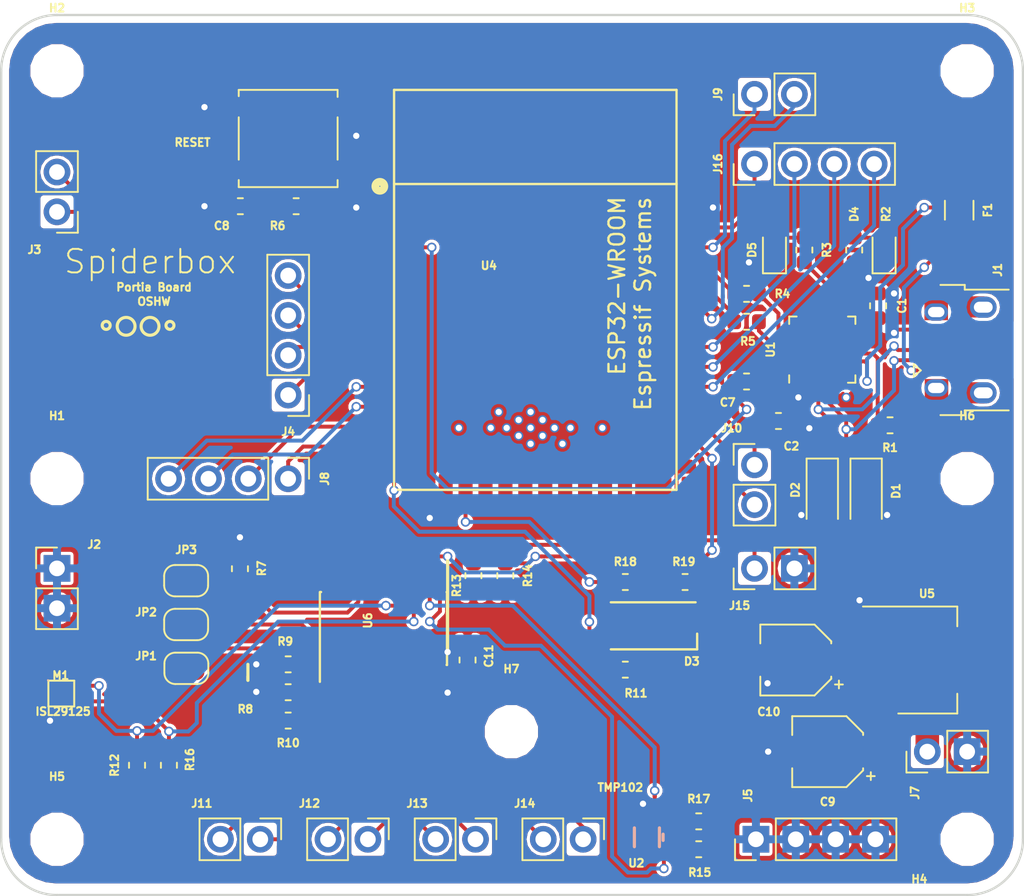
<source format=kicad_pcb>
(kicad_pcb (version 20171130) (host pcbnew 5.0.1+dfsg1-3~bpo9+1)
  (layers (0 F.Cu signal) (31 B.Cu signal) (34 B.Paste user) (35 F.Paste user) (36 B.SilkS user) (37 F.SilkS user) (38 B.Mask user) (39 F.Mask user) (44 Edge.Cuts user))
  (net 0 "")
  (net 1 +3V3)
  (net 2 GND)
  (net 3 +5V)
  (net 4 "Net-(C7-Pad2)")
  (net 5 /RESET)
  (net 6 "Net-(C8-Pad2)")
  (net 7 VCC)
  (net 8 "Net-(D1-Pad1)")
  (net 9 "Net-(D2-Pad1)")
  (net 10 "Net-(D4-Pad2)")
  (net 11 "Net-(D5-Pad2)")
  (net 12 "Net-(F1-Pad1)")
  (net 13 "Net-(J1-Pad6)")
  (net 14 "Net-(J1-Pad4)")
  (net 15 "Net-(J3-Pad1)")
  (net 16 "Net-(J3-Pad2)")
  (net 17 "Net-(J11-Pad1)")
  (net 18 "Net-(J11-Pad2)")
  (net 19 "Net-(J12-Pad2)")
  (net 20 "Net-(J12-Pad1)")
  (net 21 "Net-(J13-Pad1)")
  (net 22 "Net-(J13-Pad2)")
  (net 23 "Net-(J14-Pad2)")
  (net 24 "Net-(J14-Pad1)")
  (net 25 "Net-(JP1-Pad1)")
  (net 26 "Net-(JP2-Pad1)")
  (net 27 "Net-(JP3-Pad1)")
  (net 28 "Net-(R1-Pad2)")
  (net 29 "Net-(R2-Pad2)")
  (net 30 "Net-(R3-Pad2)")
  (net 31 "Net-(R4-Pad2)")
  (net 32 /txd0)
  (net 33 /rxd0)
  (net 34 "Net-(R5-Pad2)")
  (net 35 "Net-(U1-Pad1)")
  (net 36 "Net-(U1-Pad10)")
  (net 37 "Net-(U1-Pad11)")
  (net 38 "Net-(U1-Pad12)")
  (net 39 "Net-(U1-Pad15)")
  (net 40 "Net-(U1-Pad16)")
  (net 41 "Net-(U1-Pad17)")
  (net 42 "Net-(U1-Pad18)")
  (net 43 "Net-(U1-Pad19)")
  (net 44 "Net-(U1-Pad22)")
  (net 45 "Net-(U1-Pad24)")
  (net 46 "Net-(U4-Pad32)")
  (net 47 "Net-(U4-Pad22)")
  (net 48 "Net-(U4-Pad21)")
  (net 49 "Net-(U4-Pad20)")
  (net 50 "Net-(U4-Pad19)")
  (net 51 "Net-(U4-Pad18)")
  (net 52 "Net-(U4-Pad17)")
  (net 53 "Net-(J4-Pad1)")
  (net 54 "Net-(J4-Pad2)")
  (net 55 "Net-(R14-Pad1)")
  (net 56 "Net-(R13-Pad1)")
  (net 57 "Net-(R17-Pad1)")
  (net 58 "Net-(U2-Pad3)")
  (net 59 "Net-(U2-Pad4)")
  (net 60 "Net-(R15-Pad1)")
  (net 61 "Net-(M1-Pad4)")
  (net 62 "Net-(M1-Pad5)")
  (net 63 "Net-(M1-Pad6)")
  (net 64 "Net-(J16-Pad1)")
  (net 65 "Net-(J9-Pad1)")
  (net 66 "Net-(J9-Pad2)")
  (net 67 "Net-(J16-Pad2)")
  (net 68 "Net-(J16-Pad3)")
  (net 69 "Net-(J16-Pad4)")
  (net 70 "Net-(J10-Pad1)")
  (net 71 "Net-(J10-Pad2)")
  (net 72 "Net-(J15-Pad1)")
  (net 73 "Net-(J8-Pad1)")
  (net 74 "Net-(J8-Pad2)")
  (net 75 "Net-(J8-Pad3)")
  (net 76 "Net-(J8-Pad4)")
  (net 77 "Net-(J4-Pad3)")
  (net 78 "Net-(J4-Pad4)")
  (net 79 "Net-(U6-Pad17)")
  (net 80 "Net-(U6-Pad18)")
  (net 81 "Net-(U6-Pad19)")
  (net 82 "Net-(U6-Pad20)")
  (net 83 "Net-(R18-Pad1)")
  (net 84 "Net-(D3-Pad3)")
  (net 85 "Net-(D3-Pad2)")
  (net 86 "Net-(R19-Pad1)")
  (net 87 "Net-(D3-Pad4)")
  (net 88 "Net-(R11-Pad1)")
  (net 89 "Net-(10k1-Pad1)")
  (module Button_Switch_SMD:SW_SPST_EVPBF (layer F.Cu) (at 174.752 85.598 180)
    (fp_text reference RESET (at 6.096 -0.254 180) (layer F.SilkS) (effects (font (size 0.5 0.5) (thickness 0.125))))
    (fp_text value Reset)
    (pad 2 smd rect (at 2.88 2 180) (size 2.75 1) (layers F.Cu F.Paste F.Mask) (net 2 GND))
    (pad 2 smd rect (at -2.88 2 180) (size 2.75 1) (layers F.Cu F.Paste F.Mask) (net 2 GND))
    (pad 1 smd rect (at -2.88 -2 180) (size 2.75 1) (layers F.Cu F.Paste F.Mask) (net 6 "Net-(C8-Pad2)"))
    (pad 1 smd rect (at 2.88 -2 180) (size 2.75 1) (layers F.Cu F.Paste F.Mask) (net 6 "Net-(C8-Pad2)"))
  )
  (module Connector_PinHeader_2.54mm:PinHeader_1x02_P2.54mm_Vertical (layer F.Cu) (at 160.02 113.008)
    (fp_text reference J2 (at 2.374 -1.524) (layer F.SilkS) (effects (font (size 0.5 0.5) (thickness 0.125))))
    (fp_text value Conn_01x02)
    (pad 1 thru_hole rect (at 0 0) (size 1.7 1.7) (drill 1) (layers *.Cu *.Mask) (net 2 GND))
    (pad 2 thru_hole rect (at 0 2.54) (size 1.7 1.7) (drill 1) (layers *.Cu *.Mask) (net 2 GND))
  )
  (module Connector_PinHeader_2.54mm:PinHeader_1x04_P2.54mm_Vertical (layer F.Cu) (at 204.558 130.28 90)
    (fp_text reference J5 (at 2.794 -0.508 90) (layer F.SilkS) (effects (font (size 0.5 0.5) (thickness 0.125))))
    (fp_text value Conn_01x04)
    (pad 1 thru_hole rect (at 0 0 90) (size 1.7 1.7) (drill 1) (layers *.Cu *.Mask) (net 2 GND))
    (pad 2 thru_hole rect (at 0 2.54 90) (size 1.7 1.7) (drill 1) (layers *.Cu *.Mask) (net 2 GND))
    (pad 3 thru_hole rect (at 0 5.08 90) (size 1.7 1.7) (drill 1) (layers *.Cu *.Mask) (net 2 GND))
    (pad 4 thru_hole rect (at 0 7.62 90) (size 1.7 1.7) (drill 1) (layers *.Cu *.Mask) (net 2 GND))
  )
  (module Resistor_SMD:R_0603_1608Metric (layer F.Cu) (at 174.752 122.7105 180)
    (fp_text reference R10 (at 0 -1.43 180) (layer F.SilkS) (effects (font (size 0.5 0.5) (thickness 0.125))))
    (fp_text value R_Small)
    (pad 1 smd roundrect (at -0.7875 0 180) (size 0.875 0.95) (layers F.Cu F.Paste F.Mask) (net 89 "Net-(10k1-Pad1)"))
    (pad 2 smd roundrect (at 0.7875 0 180) (size 0.875 0.95) (layers F.Cu F.Paste F.Mask) (net 1 +3V3))
  )
  (module LED_SMD:LED_RGB_1210 (layer F.Cu) (at 198.0135 116.67 180)
    (fp_text reference D3 (at -2.4585 -2.266 180) (layer F.SilkS) (effects (font (size 0.5 0.5) (thickness 0.125))))
    (fp_text value LED_ARGB)
    (pad 3 smd rect (at 1.75 0.7) (size 1.5 1) (layers F.Cu F.Paste F.Mask) (net 84 "Net-(D3-Pad3)"))
    (pad 4 smd rect (at 1.75 -0.7) (size 1.5 1) (layers F.Cu F.Paste F.Mask) (net 87 "Net-(D3-Pad4)"))
    (pad 2 smd rect (at -1.75 0.7) (size 1.5 1) (layers F.Cu F.Paste F.Mask) (net 85 "Net-(D3-Pad2)"))
    (pad 1 smd rect (at -1.75 -0.7) (size 1.5 1) (layers F.Cu F.Paste F.Mask) (net 1 +3V3))
  )
  (module Resistor_SMD:R_0603_1608Metric (layer F.Cu) (at 200.0455 113.876 180)
    (fp_text reference R19 (at 0.0815 1.29 180) (layer F.SilkS) (effects (font (size 0.5 0.5) (thickness 0.125))))
    (fp_text value 100)
    (pad 2 smd roundrect (at 0.7875 0 180) (size 0.875 0.95) (layers F.Cu F.Paste F.Mask) (net 85 "Net-(D3-Pad2)"))
    (pad 1 smd roundrect (at -0.7875 0 180) (size 0.875 0.95) (layers F.Cu F.Paste F.Mask) (net 86 "Net-(R19-Pad1)"))
  )
  (module Resistor_SMD:R_0603_1608Metric (layer F.Cu) (at 196.2355 113.876)
    (fp_text reference R18 (at 0 -1.29) (layer F.SilkS) (effects (font (size 0.5 0.5) (thickness 0.125))))
    (fp_text value 75)
    (pad 2 smd roundrect (at 0.7875 0) (size 0.875 0.95) (layers F.Cu F.Paste F.Mask) (net 84 "Net-(D3-Pad3)"))
    (pad 1 smd roundrect (at -0.7875 0) (size 0.875 0.95) (layers F.Cu F.Paste F.Mask) (net 83 "Net-(R18-Pad1)"))
  )
  (module MountingHole:MountingHole_3mm (layer F.Cu) (at 188.976 123.422)
    (fp_text reference H7 (at 0 -4) (layer F.SilkS) (effects (font (size 0.5 0.5) (thickness 0.125))))
    (fp_text value MountingHole)
    (pad 1 np_thru_hole circle (at 0 0) (size 3 3) (drill 3) (layers *.Cu *.Mask))
  )
  (module ESP32-footprints-Lib:ESP32-WROOM (layer F.Cu) (at 190.5 95.25 180)
    (fp_text reference U4 (at 2.96 1.546 180) (layer F.SilkS) (effects (font (size 0.5 0.5) (thickness 0.125))))
    (fp_text value ESP32-WROOM)
    (fp_text user ESP32-WROOM (at -5.207 0.254 270) (layer F.SilkS))
    (fp_text user "Espressif Systems" (at -6.858 -0.889 270) (layer F.SilkS))
    (pad 39 smd rect (at 0.3 -2.45 180) (size 6 6) (layers F.Cu F.Paste F.Mask) (net 2 GND))
    (pad 1 smd oval (at 9 5.25 180) (size 2.5 0.9) (layers F.Cu F.Paste F.Mask) (net 2 GND))
    (pad 2 smd oval (at 9 3.98 180) (size 2.5 0.9) (layers F.Cu F.Paste F.Mask) (net 1 +3V3))
    (pad 3 smd oval (at 9 2.71 180) (size 2.5 0.9) (layers F.Cu F.Paste F.Mask) (net 5 /RESET))
    (pad 4 smd oval (at 9 1.44 180) (size 2.5 0.9) (layers F.Cu F.Paste F.Mask) (net 16 "Net-(J3-Pad2)"))
    (pad 5 smd oval (at 9 0.17 180) (size 2.5 0.9) (layers F.Cu F.Paste F.Mask) (net 15 "Net-(J3-Pad1)"))
    (pad 6 smd oval (at 9 -1.1 180) (size 2.5 0.9) (layers F.Cu F.Paste F.Mask) (net 78 "Net-(J4-Pad4)"))
    (pad 7 smd oval (at 9 -2.37 180) (size 2.5 0.9) (layers F.Cu F.Paste F.Mask) (net 77 "Net-(J4-Pad3)"))
    (pad 8 smd oval (at 9 -3.64 180) (size 2.5 0.9) (layers F.Cu F.Paste F.Mask) (net 54 "Net-(J4-Pad2)"))
    (pad 9 smd oval (at 9 -4.91 180) (size 2.5 0.9) (layers F.Cu F.Paste F.Mask) (net 53 "Net-(J4-Pad1)"))
    (pad 10 smd oval (at 9 -6.18 180) (size 2.5 0.9) (layers F.Cu F.Paste F.Mask) (net 76 "Net-(J8-Pad4)"))
    (pad 11 smd oval (at 9 -7.45 180) (size 2.5 0.9) (layers F.Cu F.Paste F.Mask) (net 75 "Net-(J8-Pad3)"))
    (pad 12 smd oval (at 9 -8.72 180) (size 2.5 0.9) (layers F.Cu F.Paste F.Mask) (net 74 "Net-(J8-Pad2)"))
    (pad 13 smd oval (at 9 -9.99 180) (size 2.5 0.9) (layers F.Cu F.Paste F.Mask) (net 73 "Net-(J8-Pad1)"))
    (pad 14 smd oval (at 9 -11.26 180) (size 2.5 0.9) (layers F.Cu F.Paste F.Mask) (net 88 "Net-(R11-Pad1)"))
    (pad 15 smd oval (at 5.715 -12.75 180) (size 0.9 2.5) (layers F.Cu F.Paste F.Mask) (net 2 GND))
    (pad 16 smd oval (at 4.445 -12.75 180) (size 0.9 2.5) (layers F.Cu F.Paste F.Mask) (net 83 "Net-(R18-Pad1)"))
    (pad 17 smd oval (at 3.175 -12.75 180) (size 0.9 2.5) (layers F.Cu F.Paste F.Mask) (net 52 "Net-(U4-Pad17)"))
    (pad 18 smd oval (at 1.905 -12.75 180) (size 0.9 2.5) (layers F.Cu F.Paste F.Mask) (net 51 "Net-(U4-Pad18)"))
    (pad 19 smd oval (at 0.635 -12.75 180) (size 0.9 2.5) (layers F.Cu F.Paste F.Mask) (net 50 "Net-(U4-Pad19)"))
    (pad 20 smd oval (at -0.635 -12.75 180) (size 0.9 2.5) (layers F.Cu F.Paste F.Mask) (net 49 "Net-(U4-Pad20)"))
    (pad 21 smd oval (at -1.905 -12.75 180) (size 0.9 2.5) (layers F.Cu F.Paste F.Mask) (net 48 "Net-(U4-Pad21)"))
    (pad 22 smd oval (at -3.175 -12.75 180) (size 0.9 2.5) (layers F.Cu F.Paste F.Mask) (net 47 "Net-(U4-Pad22)"))
    (pad 23 smd oval (at -4.445 -12.75 180) (size 0.9 2.5) (layers F.Cu F.Paste F.Mask) (net 56 "Net-(R13-Pad1)"))
    (pad 24 smd oval (at -5.715 -12.75 180) (size 0.9 2.5) (layers F.Cu F.Paste F.Mask) (net 55 "Net-(R14-Pad1)"))
    (pad 25 smd oval (at -9 -11.26 180) (size 2.5 0.9) (layers F.Cu F.Paste F.Mask) (net 72 "Net-(J15-Pad1)"))
    (pad 26 smd oval (at -9 -9.99 180) (size 2.5 0.9) (layers F.Cu F.Paste F.Mask) (net 86 "Net-(R19-Pad1)"))
    (pad 27 smd oval (at -9 -8.72 180) (size 2.5 0.9) (layers F.Cu F.Paste F.Mask) (net 71 "Net-(J10-Pad2)"))
    (pad 28 smd oval (at -9 -7.45 180) (size 2.5 0.9) (layers F.Cu F.Paste F.Mask) (net 70 "Net-(J10-Pad1)"))
    (pad 29 smd oval (at -9 -6.18 180) (size 2.5 0.9) (layers F.Cu F.Paste F.Mask) (net 69 "Net-(J16-Pad4)"))
    (pad 30 smd oval (at -9 -4.91 180) (size 2.5 0.9) (layers F.Cu F.Paste F.Mask) (net 68 "Net-(J16-Pad3)"))
    (pad 31 smd oval (at -9 -3.64 180) (size 2.5 0.9) (layers F.Cu F.Paste F.Mask) (net 67 "Net-(J16-Pad2)"))
    (pad 32 smd oval (at -9 -2.37 180) (size 2.5 0.9) (layers F.Cu F.Paste F.Mask) (net 46 "Net-(U4-Pad32)"))
    (pad 33 smd oval (at -9 -1.1 180) (size 2.5 0.9) (layers F.Cu F.Paste F.Mask) (net 66 "Net-(J9-Pad2)"))
    (pad 34 smd oval (at -9 0.17 180) (size 2.5 0.9) (layers F.Cu F.Paste F.Mask) (net 33 /rxd0))
    (pad 35 smd oval (at -9 1.44 180) (size 2.5 0.9) (layers F.Cu F.Paste F.Mask) (net 32 /txd0))
    (pad 36 smd oval (at -9 2.71 180) (size 2.5 0.9) (layers F.Cu F.Paste F.Mask) (net 65 "Net-(J9-Pad1)"))
    (pad 37 smd oval (at -9 3.98 180) (size 2.5 0.9) (layers F.Cu F.Paste F.Mask) (net 64 "Net-(J16-Pad1)"))
    (pad 38 smd oval (at -9 5.25 180) (size 2.5 0.9) (layers F.Cu F.Paste F.Mask) (net 2 GND))
  )
  (module Connector_PinHeader_2.54mm:PinHeader_1x02_P2.54mm_Vertical (layer F.Cu) (at 204.47 82.782 90)
    (fp_text reference J9 (at 0 -2.33 90) (layer F.SilkS) (effects (font (size 0.5 0.5) (thickness 0.125))))
    (fp_text value Conn_01x02)
    (pad 2 thru_hole oval (at 0 2.54 90) (size 1.7 1.7) (drill 1) (layers *.Cu *.Mask) (net 66 "Net-(J9-Pad2)"))
    (pad 1 thru_hole oval (at 0 0 90) (size 1.7 1.7) (drill 1) (layers *.Cu *.Mask) (net 65 "Net-(J9-Pad1)"))
  )
  (module Connector_PinHeader_2.54mm:PinHeader_1x02_P2.54mm_Vertical (layer F.Cu) (at 204.47 106.404)
    (fp_text reference J10 (at -1.458 -2.33) (layer F.SilkS) (effects (font (size 0.5 0.5) (thickness 0.125))))
    (fp_text value Conn_01x02)
    (pad 2 thru_hole oval (at 0 2.54) (size 1.7 1.7) (drill 1) (layers *.Cu *.Mask) (net 71 "Net-(J10-Pad2)"))
    (pad 1 thru_hole oval (at 0 0) (size 1.7 1.7) (drill 1) (layers *.Cu *.Mask) (net 70 "Net-(J10-Pad1)"))
  )
  (module Connector_PinHeader_2.54mm:PinHeader_1x02_P2.54mm_Vertical (layer F.Cu) (at 204.47 113.008 90)
    (fp_text reference J15 (at -2.372 -0.95 180) (layer F.SilkS) (effects (font (size 0.5 0.5) (thickness 0.125))))
    (fp_text value Conn_01x02)
    (pad 2 thru_hole rect (at 0 2.54 90) (size 1.7 1.7) (drill 1) (layers *.Cu *.Mask) (net 2 GND))
    (pad 1 thru_hole oval (at 0 0 90) (size 1.7 1.7) (drill 1) (layers *.Cu *.Mask) (net 72 "Net-(J15-Pad1)"))
  )
  (module Connector_PinHeader_2.54mm:PinHeader_1x04_P2.54mm_Vertical (layer F.Cu) (at 174.752 101.959 180)
    (fp_text reference J4 (at 0 -2.33 180) (layer F.SilkS) (effects (font (size 0.5 0.5) (thickness 0.125))))
    (fp_text value Conn_01x04)
    (pad 4 thru_hole oval (at 0 7.62 180) (size 1.7 1.7) (drill 1) (layers *.Cu *.Mask) (net 78 "Net-(J4-Pad4)"))
    (pad 3 thru_hole oval (at 0 5.08 180) (size 1.7 1.7) (drill 1) (layers *.Cu *.Mask) (net 77 "Net-(J4-Pad3)"))
    (pad 2 thru_hole oval (at 0 2.54 180) (size 1.7 1.7) (drill 1) (layers *.Cu *.Mask) (net 54 "Net-(J4-Pad2)"))
    (pad 1 thru_hole oval (at 0 0 180) (size 1.7 1.7) (drill 1) (layers *.Cu *.Mask) (net 53 "Net-(J4-Pad1)"))
  )
  (module Connector_PinHeader_2.54mm:PinHeader_1x04_P2.54mm_Vertical (layer F.Cu) (at 174.752 107.293 270)
    (fp_text reference J8 (at 0 -2.33 270) (layer F.SilkS) (effects (font (size 0.5 0.5) (thickness 0.125))))
    (fp_text value Conn_01x04)
    (pad 4 thru_hole oval (at 0 7.62 270) (size 1.7 1.7) (drill 1) (layers *.Cu *.Mask) (net 76 "Net-(J8-Pad4)"))
    (pad 3 thru_hole oval (at 0 5.08 270) (size 1.7 1.7) (drill 1) (layers *.Cu *.Mask) (net 75 "Net-(J8-Pad3)"))
    (pad 2 thru_hole oval (at 0 2.54 270) (size 1.7 1.7) (drill 1) (layers *.Cu *.Mask) (net 74 "Net-(J8-Pad2)"))
    (pad 1 thru_hole oval (at 0 0 270) (size 1.7 1.7) (drill 1) (layers *.Cu *.Mask) (net 73 "Net-(J8-Pad1)"))
  )
  (module Connector_PinHeader_2.54mm:PinHeader_1x04_P2.54mm_Vertical (layer F.Cu) (at 204.47 87.227 90)
    (fp_text reference J16 (at 0 -2.33 90) (layer F.SilkS) (effects (font (size 0.5 0.5) (thickness 0.125))))
    (fp_text value Conn_01x04)
    (pad 4 thru_hole oval (at 0 7.62 90) (size 1.7 1.7) (drill 1) (layers *.Cu *.Mask) (net 69 "Net-(J16-Pad4)"))
    (pad 3 thru_hole oval (at 0 5.08 90) (size 1.7 1.7) (drill 1) (layers *.Cu *.Mask) (net 68 "Net-(J16-Pad3)"))
    (pad 2 thru_hole oval (at 0 2.54 90) (size 1.7 1.7) (drill 1) (layers *.Cu *.Mask) (net 67 "Net-(J16-Pad2)"))
    (pad 1 thru_hole oval (at 0 0 90) (size 1.7 1.7) (drill 1) (layers *.Cu *.Mask) (net 64 "Net-(J16-Pad1)"))
  )
  (module Resistor_SMD:R_0603_1608Metric (layer F.Cu) (at 167.153 125.56 90)
    (fp_text reference R16 (at 0.36 1.337 90) (layer F.SilkS) (effects (font (size 0.5 0.5) (thickness 0.125))))
    (fp_text value 10k)
    (pad 2 smd roundrect (at 0.7875 0 90) (size 0.875 0.95) (layers F.Cu F.Paste F.Mask) (net 61 "Net-(M1-Pad4)"))
    (pad 1 smd roundrect (at -0.7875 0 90) (size 0.875 0.95) (layers F.Cu F.Paste F.Mask) (net 1 +3V3))
  )
  (module Resistor_SMD:R_0603_1608Metric (layer F.Cu) (at 165.121 125.56 90)
    (fp_text reference R12 (at 0 -1.43 90) (layer F.SilkS) (effects (font (size 0.5 0.5) (thickness 0.125))))
    (fp_text value 10k)
    (pad 2 smd roundrect (at 0.7875 0 90) (size 0.875 0.95) (layers F.Cu F.Paste F.Mask) (net 63 "Net-(M1-Pad6)"))
    (pad 1 smd roundrect (at -0.7875 0 90) (size 0.875 0.95) (layers F.Cu F.Paste F.Mask) (net 1 +3V3))
  )
  (module Resistor_SMD:R_0603_1608Metric (layer F.Cu) (at 200.914 130.915)
    (fp_text reference R15 (at 0.066 1.483) (layer F.SilkS) (effects (font (size 0.5 0.5) (thickness 0.125))))
    (fp_text value 10k)
    (pad 2 smd roundrect (at 0.7875 0) (size 0.875 0.95) (layers F.Cu F.Paste F.Mask) (net 1 +3V3))
    (pad 1 smd roundrect (at -0.7875 0) (size 0.875 0.95) (layers F.Cu F.Paste F.Mask) (net 60 "Net-(R15-Pad1)"))
  )
  (module Resistor_SMD:R_0603_1608Metric (layer F.Cu) (at 200.914 129.137)
    (fp_text reference R17 (at 0 -1.43) (layer F.SilkS) (effects (font (size 0.5 0.5) (thickness 0.125))))
    (fp_text value 10k)
    (pad 2 smd roundrect (at 0.7875 0) (size 0.875 0.95) (layers F.Cu F.Paste F.Mask) (net 1 +3V3))
    (pad 1 smd roundrect (at -0.7875 0) (size 0.875 0.95) (layers F.Cu F.Paste F.Mask) (net 57 "Net-(R17-Pad1)"))
  )
  (module SparkFun-Sensors:ODFN-LD-6 (layer F.Cu) (at 160.295 120.988)
    (fp_text reference M1 (at -0.03556 -1.15062) (layer F.SilkS) (effects (font (size 0.5 0.5) (thickness 0.125))))
    (fp_text value ISL29125 (at 0.1143 1.14554) (layer F.SilkS) (effects (font (size 0.5 0.5) (thickness 0.125))))
    (pad 6 smd rect (at 0.71882 -0.49784 270) (size 0.24892 0.59944) (layers F.Cu F.Paste F.Mask) (net 63 "Net-(M1-Pad6)"))
    (pad 5 smd rect (at 0.71882 0 270) (size 0.24892 0.59944) (layers F.Cu F.Paste F.Mask) (net 62 "Net-(M1-Pad5)"))
    (pad 4 smd rect (at 0.71882 0.49784 90) (size 0.24892 0.59944) (layers F.Cu F.Paste F.Mask) (net 61 "Net-(M1-Pad4)"))
    (pad 3 smd rect (at -0.71882 0.49784 270) (size 0.24892 0.59944) (layers F.Cu F.Paste F.Mask) (net 2 GND))
    (pad 2 smd rect (at -0.71882 0 270) (size 0.24892 0.59944) (layers F.Cu F.Paste F.Mask))
    (pad 1 smd rect (at -0.64262 -0.49784 270) (size 0.24892 0.7493) (layers F.Cu F.Paste F.Mask) (net 1 +3V3))
  )
  (module SparkFun-Sensors:SOT563 (layer F.Cu) (at 197.612 130.153 180)
    (fp_text reference U2 (at 0.674 -1.651 180) (layer F.SilkS) (effects (font (size 0.5 0.5) (thickness 0.125))))
    (fp_text value TMP102 (at 1.69 3.175 180) (layer F.SilkS) (effects (font (size 0.5 0.5) (thickness 0.125))))
    (pad 6 smd rect (at -0.49784 -0.66802 180) (size 0.24892 0.39878) (layers F.Cu F.Paste F.Mask) (net 60 "Net-(R15-Pad1)"))
    (pad 5 smd rect (at 0 -0.65786 180) (size 0.24892 0.39878) (layers F.Cu F.Paste F.Mask) (net 1 +3V3))
    (pad 4 smd rect (at 0.49784 -0.65786 180) (size 0.24892 0.39878) (layers F.Cu F.Paste F.Mask) (net 59 "Net-(U2-Pad4)"))
    (pad 3 smd rect (at 0.49784 0.65786 180) (size 0.24892 0.39878) (layers F.Cu F.Paste F.Mask) (net 58 "Net-(U2-Pad3)"))
    (pad 2 smd rect (at 0 0.65786 180) (size 0.24892 0.39878) (layers F.Cu F.Paste F.Mask) (net 2 GND))
    (pad 1 smd rect (at -0.49784 0.65786 180) (size 0.24892 0.39878) (layers F.Cu F.Paste F.Mask) (net 57 "Net-(R17-Pad1)"))
  )
  (module Capacitor_SMD:CP_Elec_4x5.3 (layer F.Cu) (at 209.13 124.692 180)
    (fp_text reference C9 (at 0 -3.2 180) (layer F.SilkS) (effects (font (size 0.5 0.5) (thickness 0.125))))
    (fp_text value 10uf)
    (pad 2 smd roundrect (at 1.8 0 180) (size 2.6 1.6) (layers F.Cu F.Paste F.Mask) (roundrect_rratio 0.15625) (net 2 GND))
    (pad 1 smd roundrect (at -1.8 0 180) (size 2.6 1.6) (layers F.Cu F.Paste F.Mask) (roundrect_rratio 0.15625) (net 7 VCC))
  )
  (module Fuse:Fuse_1206_3216Metric_Pad1.42x1.75mm_HandSolder (layer F.Cu) (at 217.512 90.17 270)
    (fp_text reference F1 (at 0 -1.82 270) (layer F.SilkS) (effects (font (size 0.5 0.5) (thickness 0.125))))
    (fp_text value mf-msmf050-2)
    (pad 2 smd roundrect (at 1.4875 0 270) (size 1.425 1.75) (layers F.Cu F.Paste F.Mask) (roundrect_rratio 0.175439) (net 3 +5V))
    (pad 1 smd roundrect (at -1.4875 0 270) (size 1.425 1.75) (layers F.Cu F.Paste F.Mask) (roundrect_rratio 0.175439) (net 12 "Net-(F1-Pad1)"))
  )
  (module MountingHole:MountingHole_3mm (layer F.Cu) (at 218.02 130.28)
    (fp_text reference H4 (at -3.048 2.54) (layer F.SilkS) (effects (font (size 0.5 0.5) (thickness 0.125))))
    (fp_text value MountingHole)
    (pad 1 np_thru_hole circle (at 0 0) (size 3 3) (drill 3) (layers *.Cu *.Mask))
  )
  (module Resistor_SMD:R_0603_1608Metric (layer F.Cu) (at 186.556 113.4745 270)
    (fp_text reference R13 (at 0.6355 1.07 270) (layer F.SilkS) (effects (font (size 0.5 0.5) (thickness 0.125))))
    (fp_text value 10k)
    (pad 2 smd roundrect (at 0.7875 0 270) (size 0.875 0.95) (layers F.Cu F.Paste F.Mask) (net 1 +3V3))
    (pad 1 smd roundrect (at -0.7875 0 270) (size 0.875 0.95) (layers F.Cu F.Paste F.Mask) (net 56 "Net-(R13-Pad1)"))
  )
  (module Resistor_SMD:R_0603_1608Metric (layer F.Cu) (at 188.588 113.4745 270)
    (fp_text reference R14 (at 0 -1.43 270) (layer F.SilkS) (effects (font (size 0.5 0.5) (thickness 0.125))))
    (fp_text value 10k)
    (pad 2 smd roundrect (at 0.7875 0 270) (size 0.875 0.95) (layers F.Cu F.Paste F.Mask) (net 1 +3V3))
    (pad 1 smd roundrect (at -0.7875 0 270) (size 0.875 0.95) (layers F.Cu F.Paste F.Mask) (net 55 "Net-(R14-Pad1)"))
  )
  (module Connector_PinHeader_2.54mm:PinHeader_1x02_P2.54mm_Vertical (layer F.Cu) (at 186.69 130.28 270)
    (fp_text reference J13 (at -2.286 3.722) (layer F.SilkS) (effects (font (size 0.5 0.5) (thickness 0.125))))
    (fp_text value Conn_01x02)
    (pad 2 thru_hole oval (at 0 2.54 270) (size 1.7 1.7) (drill 1) (layers *.Cu *.Mask) (net 22 "Net-(J13-Pad2)"))
    (pad 1 thru_hole oval (at 0 0 270) (size 1.7 1.7) (drill 1) (layers *.Cu *.Mask) (net 21 "Net-(J13-Pad1)"))
  )
  (module MountingHole:MountingHole_3mm (layer F.Cu) (at 160.02 107.28)
    (fp_text reference H1 (at 0 -4) (layer F.SilkS) (effects (font (size 0.5 0.5) (thickness 0.125))))
    (fp_text value MountingHole)
    (pad 1 np_thru_hole circle (at 0 0) (size 3 3) (drill 3) (layers *.Cu *.Mask))
  )
  (module MountingHole:MountingHole_3mm (layer F.Cu) (at 218.02 107.28)
    (fp_text reference H6 (at 0 -4) (layer F.SilkS) (effects (font (size 0.5 0.5) (thickness 0.125))))
    (fp_text value MountingHole)
    (pad 1 np_thru_hole circle (at 0 0) (size 3 3) (drill 3) (layers *.Cu *.Mask))
  )
  (module MountingHole:MountingHole_3mm (layer F.Cu) (at 218.02 81.28)
    (fp_text reference H3 (at 0 -4) (layer F.SilkS) (effects (font (size 0.5 0.5) (thickness 0.125))))
    (fp_text value MountingHole)
    (pad 1 np_thru_hole circle (at 0 0) (size 3 3) (drill 3) (layers *.Cu *.Mask))
  )
  (module MountingHole:MountingHole_3mm (layer F.Cu) (at 160.02 81.28)
    (fp_text reference H2 (at 0 -4) (layer F.SilkS) (effects (font (size 0.5 0.5) (thickness 0.125))))
    (fp_text value MountingHole)
    (pad 1 np_thru_hole circle (at 0 0) (size 3 3) (drill 3) (layers *.Cu *.Mask))
  )
  (module MountingHole:MountingHole_3mm (layer F.Cu) (at 160.02 130.28)
    (fp_text reference H5 (at 0 -4) (layer F.SilkS) (effects (font (size 0.5 0.5) (thickness 0.125))))
    (fp_text value MountingHole)
    (pad 1 np_thru_hole circle (at 0 0) (size 3 3) (drill 3) (layers *.Cu *.Mask))
  )
  (module Diode_SMD:D_SOD-123F (layer F.Cu) (at 211.582 108.204 270)
    (fp_text reference D1 (at -0.127 -1.905 270) (layer F.SilkS) (effects (font (size 0.5 0.5) (thickness 0.125))))
    (fp_text value D_TVS)
    (pad 2 smd rect (at 1.4 0 270) (size 1.1 1.1) (layers F.Cu F.Paste F.Mask) (net 2 GND))
    (pad 1 smd rect (at -1.4 0 270) (size 1.1 1.1) (layers F.Cu F.Paste F.Mask) (net 8 "Net-(D1-Pad1)"))
  )
  (module Diode_SMD:D_SOD-123F (layer F.Cu) (at 208.788 108.204 270)
    (fp_text reference D2 (at -0.19 1.712 270) (layer F.SilkS) (effects (font (size 0.5 0.5) (thickness 0.125))))
    (fp_text value D_TVS)
    (pad 2 smd rect (at 1.4 0 270) (size 1.1 1.1) (layers F.Cu F.Paste F.Mask) (net 2 GND))
    (pad 1 smd rect (at -1.4 0 270) (size 1.1 1.1) (layers F.Cu F.Paste F.Mask) (net 9 "Net-(D2-Pad1)"))
  )
  (module Capacitor_SMD:C_0603_1608Metric (layer F.Cu) (at 212.344 96.266 90)
    (fp_text reference C1 (at 0 1.524 90) (layer F.SilkS) (effects (font (size 0.5 0.5) (thickness 0.125))))
    (fp_text value "4.7uF 6.3V")
    (pad 2 smd roundrect (at 0.7875 0 90) (size 0.875 0.95) (layers F.Cu F.Paste F.Mask) (net 2 GND))
    (pad 1 smd roundrect (at -0.7875 0 90) (size 0.875 0.95) (layers F.Cu F.Paste F.Mask) (net 1 +3V3))
  )
  (module Capacitor_SMD:C_0603_1608Metric (layer F.Cu) (at 205.994 103.61)
    (fp_text reference C2 (at 0.828 1.61) (layer F.SilkS) (effects (font (size 0.5 0.5) (thickness 0.125))))
    (fp_text value "0.01uF 16V")
    (pad 2 smd roundrect (at 0.7875 0) (size 0.875 0.95) (layers F.Cu F.Paste F.Mask) (net 2 GND))
    (pad 1 smd roundrect (at -0.7875 0) (size 0.875 0.95) (layers F.Cu F.Paste F.Mask) (net 1 +3V3))
  )
  (module Capacitor_SMD:C_0603_1608Metric (layer F.Cu) (at 203.962 101.092)
    (fp_text reference C7 (at -1.204 1.334) (layer F.SilkS) (effects (font (size 0.5 0.5) (thickness 0.125))))
    (fp_text value "0.01uF 16V")
    (pad 2 smd roundrect (at 0.7875 0) (size 0.875 0.95) (layers F.Cu F.Paste F.Mask) (net 4 "Net-(C7-Pad2)"))
    (pad 1 smd roundrect (at -0.7875 0) (size 0.875 0.95) (layers F.Cu F.Paste F.Mask) (net 5 /RESET))
  )
  (module Capacitor_SMD:C_0603_1608Metric (layer F.Cu) (at 171.704 89.916)
    (fp_text reference C8 (at -1.182 1.248) (layer F.SilkS) (effects (font (size 0.5 0.5) (thickness 0.125))))
    (fp_text value C0.1uf)
    (pad 2 smd roundrect (at 0.7875 0) (size 0.875 0.95) (layers F.Cu F.Paste F.Mask) (net 6 "Net-(C8-Pad2)"))
    (pad 1 smd roundrect (at -0.7875 0) (size 0.875 0.95) (layers F.Cu F.Paste F.Mask) (net 2 GND))
  )
  (module Capacitor_SMD:CP_Elec_4x4.5 (layer F.Cu) (at 207.098 118.85 180)
    (fp_text reference C10 (at 1.7145 -3.302 180) (layer F.SilkS) (effects (font (size 0.5 0.5) (thickness 0.125))))
    (fp_text value 10uf)
    (pad 2 smd roundrect (at 1.8 0 180) (size 2.6 1.6) (layers F.Cu F.Paste F.Mask) (roundrect_rratio 0.15625) (net 2 GND))
    (pad 1 smd roundrect (at -1.8 0 180) (size 2.6 1.6) (layers F.Cu F.Paste F.Mask) (roundrect_rratio 0.15625) (net 1 +3V3))
  )
  (module Capacitor_SMD:C_0603_1608Metric (layer F.Cu) (at 186.182 118.85 270)
    (fp_text reference C11 (at -0.254 -1.358 270) (layer F.SilkS) (effects (font (size 0.5 0.5) (thickness 0.125))))
    (fp_text value C_Small)
    (pad 2 smd roundrect (at 0.7875 0 270) (size 0.875 0.95) (layers F.Cu F.Paste F.Mask) (net 2 GND))
    (pad 1 smd roundrect (at -0.7875 0 270) (size 0.875 0.95) (layers F.Cu F.Paste F.Mask) (net 1 +3V3))
  )
  (module LED_SMD:LED_0603_1608Metric (layer F.Cu) (at 212.725 92.71 90)
    (fp_text reference D4 (at 2.286 -1.905 90) (layer F.SilkS) (effects (font (size 0.5 0.5) (thickness 0.125))))
    (fp_text value LED)
    (pad 2 smd roundrect (at 0.7875 0 90) (size 0.875 0.95) (layers F.Cu F.Paste F.Mask) (net 10 "Net-(D4-Pad2)"))
    (pad 1 smd roundrect (at -0.7875 0 90) (size 0.875 0.95) (layers F.Cu F.Paste F.Mask) (net 2 GND))
  )
  (module LED_SMD:LED_0603_1608Metric (layer F.Cu) (at 205.74 92.71 90)
    (fp_text reference D5 (at 0 -1.43 90) (layer F.SilkS) (effects (font (size 0.5 0.5) (thickness 0.125))))
    (fp_text value LED)
    (pad 2 smd roundrect (at 0.7875 0 90) (size 0.875 0.95) (layers F.Cu F.Paste F.Mask) (net 11 "Net-(D5-Pad2)"))
    (pad 1 smd roundrect (at -0.7875 0 90) (size 0.875 0.95) (layers F.Cu F.Paste F.Mask) (net 2 GND))
  )
  (module Connector_USB:USB_Micro-B_Amphenol_10103594-0001LF_Horizontal (layer F.Cu) (at 217.932 99.06 90)
    (fp_text reference J1 (at 5.08 2.032 90) (layer F.SilkS) (effects (font (size 0.5 0.5) (thickness 0.125))))
    (fp_text value USB_B_Micro)
    (pad 6 smd rect (at 0.935 1.385 180) (size 2.5 1.43) (layers F.Cu F.Paste F.Mask) (net 13 "Net-(J1-Pad6)"))
    (pad 6 smd rect (at -0.985 1.385 180) (size 2.5 1.43) (layers F.Cu F.Paste F.Mask) (net 13 "Net-(J1-Pad6)"))
    (pad 6 thru_hole oval (at 2.705 1.115 180) (size 1.7 1.35) (drill oval 1.2 0.7) (layers *.Cu *.Mask) (net 13 "Net-(J1-Pad6)"))
    (pad 6 thru_hole oval (at -2.755 1.115 180) (size 1.7 1.35) (drill oval 1.2 0.7) (layers *.Cu *.Mask) (net 13 "Net-(J1-Pad6)"))
    (pad 6 thru_hole oval (at 2.395 -1.885 180) (size 1.5 1.1) (drill oval 1.05 0.65) (layers *.Cu *.Mask) (net 13 "Net-(J1-Pad6)"))
    (pad 6 thru_hole oval (at -2.445 -1.885 180) (size 1.5 1.1) (drill oval 1.05 0.65) (layers *.Cu *.Mask) (net 13 "Net-(J1-Pad6)"))
    (pad 5 smd rect (at 1.275 -1.765 180) (size 1.65 0.4) (layers F.Cu F.Paste F.Mask) (net 2 GND))
    (pad 4 smd rect (at 0.625 -1.765 180) (size 1.65 0.4) (layers F.Cu F.Paste F.Mask) (net 14 "Net-(J1-Pad4)"))
    (pad 3 smd rect (at -0.025 -1.765 180) (size 1.65 0.4) (layers F.Cu F.Paste F.Mask) (net 9 "Net-(D2-Pad1)"))
    (pad 2 smd rect (at -0.675 -1.765 180) (size 1.65 0.4) (layers F.Cu F.Paste F.Mask) (net 8 "Net-(D1-Pad1)"))
    (pad 1 smd rect (at -1.325 -1.765 180) (size 1.65 0.4) (layers F.Cu F.Paste F.Mask) (net 3 +5V))
    (pad 6 smd rect (at 2.875 -1.885 90) (size 2 1.5) (layers F.Cu F.Paste F.Mask) (net 13 "Net-(J1-Pad6)"))
    (pad 6 smd rect (at -2.875 -1.865 90) (size 2 1.5) (layers F.Cu F.Paste F.Mask) (net 13 "Net-(J1-Pad6)"))
    (pad 6 smd rect (at 2.975 -0.565 90) (size 1.825 0.7) (layers F.Cu F.Paste F.Mask) (net 13 "Net-(J1-Pad6)"))
    (pad 6 smd rect (at -2.975 -0.565 90) (size 1.825 0.7) (layers F.Cu F.Paste F.Mask) (net 13 "Net-(J1-Pad6)"))
    (pad 6 smd rect (at -2.755 0.185 90) (size 1.35 2) (layers F.Cu F.Paste F.Mask) (net 13 "Net-(J1-Pad6)"))
    (pad 6 smd rect (at 2.725 0.185 90) (size 1.35 2) (layers F.Cu F.Paste F.Mask) (net 13 "Net-(J1-Pad6)"))
  )
  (module Connector_PinHeader_2.54mm:PinHeader_1x02_P2.54mm_Vertical (layer F.Cu) (at 160.02 90.275 180)
    (fp_text reference J3 (at 1.436 -2.413 180) (layer F.SilkS) (effects (font (size 0.5 0.5) (thickness 0.125))))
    (fp_text value Conn_01x02)
    (pad 2 thru_hole oval (at 0 2.54 180) (size 1.7 1.7) (drill 1) (layers *.Cu *.Mask) (net 16 "Net-(J3-Pad2)"))
    (pad 1 thru_hole oval (at 0 0 180) (size 1.7 1.7) (drill 1) (layers *.Cu *.Mask) (net 15 "Net-(J3-Pad1)"))
  )
  (module Connector_PinHeader_2.54mm:PinHeader_1x02_P2.54mm_Vertical (layer F.Cu) (at 215.48 124.692 90)
    (fp_text reference J7 (at -2.626 -0.784 90) (layer F.SilkS) (effects (font (size 0.5 0.5) (thickness 0.125))))
    (fp_text value Conn_01x02)
    (pad 2 thru_hole rect (at 0 2.54 90) (size 1.7 1.7) (drill 1) (layers *.Cu *.Mask) (net 2 GND))
    (pad 1 thru_hole oval (at 0 0 90) (size 1.7 1.7) (drill 1) (layers *.Cu *.Mask) (net 7 VCC))
  )
  (module Connector_PinHeader_2.54mm:PinHeader_1x02_P2.54mm_Vertical (layer F.Cu) (at 172.974 130.28 270)
    (fp_text reference J11 (at -2.286 3.722) (layer F.SilkS) (effects (font (size 0.5 0.5) (thickness 0.125))))
    (fp_text value Conn_01x02)
    (pad 2 thru_hole oval (at 0 2.54 270) (size 1.7 1.7) (drill 1) (layers *.Cu *.Mask) (net 18 "Net-(J11-Pad2)"))
    (pad 1 thru_hole oval (at 0 0 270) (size 1.7 1.7) (drill 1) (layers *.Cu *.Mask) (net 17 "Net-(J11-Pad1)"))
  )
  (module Connector_PinHeader_2.54mm:PinHeader_1x02_P2.54mm_Vertical (layer F.Cu) (at 179.832 130.28 270)
    (fp_text reference J12 (at -2.286 3.722) (layer F.SilkS) (effects (font (size 0.5 0.5) (thickness 0.125))))
    (fp_text value Conn_01x02)
    (pad 2 thru_hole oval (at 0 2.54 270) (size 1.7 1.7) (drill 1) (layers *.Cu *.Mask) (net 19 "Net-(J12-Pad2)"))
    (pad 1 thru_hole oval (at 0 0 270) (size 1.7 1.7) (drill 1) (layers *.Cu *.Mask) (net 20 "Net-(J12-Pad1)"))
  )
  (module Connector_PinHeader_2.54mm:PinHeader_1x02_P2.54mm_Vertical (layer F.Cu) (at 193.548 130.28 270)
    (fp_text reference J14 (at -2.286 3.722) (layer F.SilkS) (effects (font (size 0.5 0.5) (thickness 0.125))))
    (fp_text value Conn_01x02)
    (pad 2 thru_hole oval (at 0 2.54 270) (size 1.7 1.7) (drill 1) (layers *.Cu *.Mask) (net 23 "Net-(J14-Pad2)"))
    (pad 1 thru_hole oval (at 0 0 270) (size 1.7 1.7) (drill 1) (layers *.Cu *.Mask) (net 24 "Net-(J14-Pad1)"))
  )
  (module Jumper:SolderJumper-2_P1.3mm_Open_RoundedPad1.0x1.5mm (layer F.Cu) (at 168.2645 119.38 180)
    (fp_text reference JP1 (at 2.5685 0.784 180) (layer F.SilkS) (effects (font (size 0.5 0.5) (thickness 0.125))))
    (fp_text value SolderJumper_2_Open)
    (pad 2 smd custom (at 0.65 0 180) (size 1 0.5) (layers F.Cu F.Mask) (net 1 +3V3) (options (clearance outline) (anchor rect)) (primitives (gr_circle (center 0 0.25) (end 0.5 0.25) (width 0)) (gr_circle (center 0 -0.25) (end 0.5 -0.25) (width 0)) (gr_poly (pts (xy 0 -0.75) (xy -0.5 -0.75) (xy -0.5 0.75) (xy 0 0.75)) (width 0))))
    (pad 1 smd custom (at -0.65 0 180) (size 1 0.5) (layers F.Cu F.Mask) (net 25 "Net-(JP1-Pad1)") (options (clearance outline) (anchor rect)) (primitives (gr_circle (center 0 0.25) (end 0.5 0.25) (width 0)) (gr_circle (center 0 -0.25) (end 0.5 -0.25) (width 0)) (gr_poly (pts (xy 0 -0.75) (xy 0.5 -0.75) (xy 0.5 0.75) (xy 0 0.75)) (width 0))))
  )
  (module Jumper:SolderJumper-2_P1.3mm_Open_RoundedPad1.0x1.5mm (layer F.Cu) (at 168.2495 116.586 180)
    (fp_text reference JP2 (at 2.5535 0.784 180) (layer F.SilkS) (effects (font (size 0.5 0.5) (thickness 0.125))))
    (fp_text value SolderJumper_2_Open)
    (pad 2 smd custom (at 0.65 0 180) (size 1 0.5) (layers F.Cu F.Mask) (net 1 +3V3) (options (clearance outline) (anchor rect)) (primitives (gr_circle (center 0 0.25) (end 0.5 0.25) (width 0)) (gr_circle (center 0 -0.25) (end 0.5 -0.25) (width 0)) (gr_poly (pts (xy 0 -0.75) (xy -0.5 -0.75) (xy -0.5 0.75) (xy 0 0.75)) (width 0))))
    (pad 1 smd custom (at -0.65 0 180) (size 1 0.5) (layers F.Cu F.Mask) (net 26 "Net-(JP2-Pad1)") (options (clearance outline) (anchor rect)) (primitives (gr_circle (center 0 0.25) (end 0.5 0.25) (width 0)) (gr_circle (center 0 -0.25) (end 0.5 -0.25) (width 0)) (gr_poly (pts (xy 0 -0.75) (xy 0.5 -0.75) (xy 0.5 0.75) (xy 0 0.75)) (width 0))))
  )
  (module Jumper:SolderJumper-2_P1.3mm_Open_RoundedPad1.0x1.5mm (layer F.Cu) (at 168.2495 113.792 180)
    (fp_text reference JP3 (at 0 1.968 180) (layer F.SilkS) (effects (font (size 0.5 0.5) (thickness 0.125))))
    (fp_text value SolderJumper_2_Open)
    (pad 2 smd custom (at 0.65 0 180) (size 1 0.5) (layers F.Cu F.Mask) (net 1 +3V3) (options (clearance outline) (anchor rect)) (primitives (gr_circle (center 0 0.25) (end 0.5 0.25) (width 0)) (gr_circle (center 0 -0.25) (end 0.5 -0.25) (width 0)) (gr_poly (pts (xy 0 -0.75) (xy -0.5 -0.75) (xy -0.5 0.75) (xy 0 0.75)) (width 0))))
    (pad 1 smd custom (at -0.65 0 180) (size 1 0.5) (layers F.Cu F.Mask) (net 27 "Net-(JP3-Pad1)") (options (clearance outline) (anchor rect)) (primitives (gr_circle (center 0 0.25) (end 0.5 0.25) (width 0)) (gr_circle (center 0 -0.25) (end 0.5 -0.25) (width 0)) (gr_poly (pts (xy 0 -0.75) (xy 0.5 -0.75) (xy 0.5 0.75) (xy 0 0.75)) (width 0))))
  )
  (module Resistor_SMD:R_0603_1608Metric (layer F.Cu) (at 213.106 103.886 180)
    (fp_text reference R1 (at 0 -1.43 180) (layer F.SilkS) (effects (font (size 0.5 0.5) (thickness 0.125))))
    (fp_text value 1K)
    (pad 2 smd roundrect (at 0.7875 0 180) (size 0.875 0.95) (layers F.Cu F.Paste F.Mask) (net 28 "Net-(R1-Pad2)"))
    (pad 1 smd roundrect (at -0.7875 0 180) (size 0.875 0.95) (layers F.Cu F.Paste F.Mask) (net 1 +3V3))
  )
  (module Resistor_SMD:R_0603_1608Metric (layer F.Cu) (at 210.82 92.71 270)
    (fp_text reference R2 (at -2.286 -2.032 270) (layer F.SilkS) (effects (font (size 0.5 0.5) (thickness 0.125))))
    (fp_text value 65)
    (pad 2 smd roundrect (at 0.7875 0 270) (size 0.875 0.95) (layers F.Cu F.Paste F.Mask) (net 29 "Net-(R2-Pad2)"))
    (pad 1 smd roundrect (at -0.7875 0 270) (size 0.875 0.95) (layers F.Cu F.Paste F.Mask) (net 10 "Net-(D4-Pad2)"))
  )
  (module Resistor_SMD:R_0603_1608Metric (layer F.Cu) (at 207.645 92.71 270)
    (fp_text reference R3 (at 0 -1.43 270) (layer F.SilkS) (effects (font (size 0.5 0.5) (thickness 0.125))))
    (fp_text value 65)
    (pad 2 smd roundrect (at 0.7875 0 270) (size 0.875 0.95) (layers F.Cu F.Paste F.Mask) (net 30 "Net-(R3-Pad2)"))
    (pad 1 smd roundrect (at -0.7875 0 270) (size 0.875 0.95) (layers F.Cu F.Paste F.Mask) (net 11 "Net-(D5-Pad2)"))
  )
  (module Resistor_SMD:R_0603_1608Metric (layer F.Cu) (at 203.962 95.504)
    (fp_text reference R4 (at 2.286 0) (layer F.SilkS) (effects (font (size 0.5 0.5) (thickness 0.125))))
    (fp_text value 1K)
    (pad 2 smd roundrect (at 0.7875 0) (size 0.875 0.95) (layers F.Cu F.Paste F.Mask) (net 31 "Net-(R4-Pad2)"))
    (pad 1 smd roundrect (at -0.7875 0) (size 0.875 0.95) (layers F.Cu F.Paste F.Mask) (net 32 /txd0))
  )
  (module Resistor_SMD:R_0603_1608Metric (layer F.Cu) (at 203.962 97.282)
    (fp_text reference R5 (at 0.088 1.248) (layer F.SilkS) (effects (font (size 0.5 0.5) (thickness 0.125))))
    (fp_text value 1K)
    (pad 2 smd roundrect (at 0.7875 0) (size 0.875 0.95) (layers F.Cu F.Paste F.Mask) (net 34 "Net-(R5-Pad2)"))
    (pad 1 smd roundrect (at -0.7875 0) (size 0.875 0.95) (layers F.Cu F.Paste F.Mask) (net 33 /rxd0))
  )
  (module Resistor_SMD:R_0603_1608Metric (layer F.Cu) (at 175.26 89.916 180)
    (fp_text reference R6 (at 1.182 -1.248 180) (layer F.SilkS) (effects (font (size 0.5 0.5) (thickness 0.125))))
    (fp_text value R10K)
    (pad 2 smd roundrect (at 0.7875 0 180) (size 0.875 0.95) (layers F.Cu F.Paste F.Mask) (net 6 "Net-(C8-Pad2)"))
    (pad 1 smd roundrect (at -0.7875 0 180) (size 0.875 0.95) (layers F.Cu F.Paste F.Mask) (net 5 /RESET))
  )
  (module Resistor_SMD:R_0603_1608Metric (layer F.Cu) (at 171.6785 113.03 90)
    (fp_text reference R7 (at 0.022 1.3835 90) (layer F.SilkS) (effects (font (size 0.5 0.5) (thickness 0.125))))
    (fp_text value 10k)
    (pad 2 smd roundrect (at 0.7875 0 90) (size 0.875 0.95) (layers F.Cu F.Paste F.Mask) (net 2 GND))
    (pad 1 smd roundrect (at -0.7875 0 90) (size 0.875 0.95) (layers F.Cu F.Paste F.Mask) (net 27 "Net-(JP3-Pad1)"))
  )
  (module Resistor_SMD:R_0603_1608Metric (layer F.Cu) (at 174.752 120.904 180)
    (fp_text reference R8 (at 2.728 -1.08 180) (layer F.SilkS) (effects (font (size 0.5 0.5) (thickness 0.125))))
    (fp_text value 10k)
    (pad 2 smd roundrect (at 0.7875 0 180) (size 0.875 0.95) (layers F.Cu F.Paste F.Mask) (net 2 GND))
    (pad 1 smd roundrect (at -0.7875 0 180) (size 0.875 0.95) (layers F.Cu F.Paste F.Mask) (net 26 "Net-(JP2-Pad1)"))
  )
  (module Resistor_SMD:R_0603_1608Metric (layer F.Cu) (at 174.752 119.126 180)
    (fp_text reference R9 (at 0.188 1.46 180) (layer F.SilkS) (effects (font (size 0.5 0.5) (thickness 0.125))))
    (fp_text value 10k)
    (pad 2 smd roundrect (at 0.7875 0 180) (size 0.875 0.95) (layers F.Cu F.Paste F.Mask) (net 2 GND))
    (pad 1 smd roundrect (at -0.7875 0 180) (size 0.875 0.95) (layers F.Cu F.Paste F.Mask) (net 25 "Net-(JP1-Pad1)"))
  )
  (module Resistor_SMD:R_0603_1608Metric (layer F.Cu) (at 196.2355 119.464)
    (fp_text reference R11 (at 0.6805 1.504) (layer F.SilkS) (effects (font (size 0.5 0.5) (thickness 0.125))))
    (fp_text value 75)
    (pad 2 smd roundrect (at 0.7875 0) (size 0.875 0.95) (layers F.Cu F.Paste F.Mask) (net 87 "Net-(D3-Pad4)"))
    (pad 1 smd roundrect (at -0.7875 0) (size 0.875 0.95) (layers F.Cu F.Paste F.Mask) (net 88 "Net-(R11-Pad1)"))
  )
  (module Package_DFN_QFN:QFN-24-1EP_4x4mm_P0.5mm_EP2.6x2.6mm (layer F.Cu) (at 208.788 99.06 90)
    (fp_text reference U1 (at 0 -3.3 90) (layer F.SilkS) (effects (font (size 0.5 0.5) (thickness 0.125))))
    (fp_text value CP2102N-A01-GQFN24)
    (pad 24 smd roundrect (at -1.25 -1.9375 90) (size 0.25 0.825) (layers F.Cu F.Paste F.Mask) (net 45 "Net-(U1-Pad24)"))
    (pad 23 smd roundrect (at -0.75 -1.9375 90) (size 0.25 0.825) (layers F.Cu F.Paste F.Mask) (net 4 "Net-(C7-Pad2)"))
    (pad 22 smd roundrect (at -0.25 -1.9375 90) (size 0.25 0.825) (layers F.Cu F.Paste F.Mask) (net 44 "Net-(U1-Pad22)"))
    (pad 21 smd roundrect (at 0.25 -1.9375 90) (size 0.25 0.825) (layers F.Cu F.Paste F.Mask) (net 34 "Net-(R5-Pad2)"))
    (pad 20 smd roundrect (at 0.75 -1.9375 90) (size 0.25 0.825) (layers F.Cu F.Paste F.Mask) (net 31 "Net-(R4-Pad2)"))
    (pad 19 smd roundrect (at 1.25 -1.9375 90) (size 0.25 0.825) (layers F.Cu F.Paste F.Mask) (net 43 "Net-(U1-Pad19)"))
    (pad 18 smd roundrect (at 1.9375 -1.25 90) (size 0.825 0.25) (layers F.Cu F.Paste F.Mask) (net 42 "Net-(U1-Pad18)"))
    (pad 17 smd roundrect (at 1.9375 -0.75 90) (size 0.825 0.25) (layers F.Cu F.Paste F.Mask) (net 41 "Net-(U1-Pad17)"))
    (pad 16 smd roundrect (at 1.9375 -0.25 90) (size 0.825 0.25) (layers F.Cu F.Paste F.Mask) (net 40 "Net-(U1-Pad16)"))
    (pad 15 smd roundrect (at 1.9375 0.25 90) (size 0.825 0.25) (layers F.Cu F.Paste F.Mask) (net 39 "Net-(U1-Pad15)"))
    (pad 14 smd roundrect (at 1.9375 0.75 90) (size 0.825 0.25) (layers F.Cu F.Paste F.Mask) (net 30 "Net-(R3-Pad2)"))
    (pad 13 smd roundrect (at 1.9375 1.25 90) (size 0.825 0.25) (layers F.Cu F.Paste F.Mask) (net 29 "Net-(R2-Pad2)"))
    (pad 12 smd roundrect (at 1.25 1.9375 90) (size 0.25 0.825) (layers F.Cu F.Paste F.Mask) (net 38 "Net-(U1-Pad12)"))
    (pad 11 smd roundrect (at 0.75 1.9375 90) (size 0.25 0.825) (layers F.Cu F.Paste F.Mask) (net 37 "Net-(U1-Pad11)"))
    (pad 10 smd roundrect (at 0.25 1.9375 90) (size 0.25 0.825) (layers F.Cu F.Paste F.Mask) (net 36 "Net-(U1-Pad10)"))
    (pad 9 smd roundrect (at -0.25 1.9375 90) (size 0.25 0.825) (layers F.Cu F.Paste F.Mask) (net 28 "Net-(R1-Pad2)"))
    (pad 8 smd roundrect (at -0.75 1.9375 90) (size 0.25 0.825) (layers F.Cu F.Paste F.Mask) (net 12 "Net-(F1-Pad1)"))
    (pad 7 smd roundrect (at -1.25 1.9375 90) (size 0.25 0.825) (layers F.Cu F.Paste F.Mask) (net 1 +3V3))
    (pad 6 smd roundrect (at -1.9375 1.25 90) (size 0.825 0.25) (layers F.Cu F.Paste F.Mask) (net 1 +3V3))
    (pad 5 smd roundrect (at -1.9375 0.75 90) (size 0.825 0.25) (layers F.Cu F.Paste F.Mask) (net 1 +3V3))
    (pad 4 smd roundrect (at -1.9375 0.25 90) (size 0.825 0.25) (layers F.Cu F.Paste F.Mask) (net 8 "Net-(D1-Pad1)"))
    (pad 3 smd roundrect (at -1.9375 -0.25 90) (size 0.825 0.25) (layers F.Cu F.Paste F.Mask) (net 9 "Net-(D2-Pad1)"))
    (pad 2 smd roundrect (at -1.9375 -0.75 90) (size 0.825 0.25) (layers F.Cu F.Paste F.Mask) (net 2 GND))
    (pad 1 smd roundrect (at -1.9375 -1.25 90) (size 0.825 0.25) (layers F.Cu F.Paste F.Mask) (net 35 "Net-(U1-Pad1)"))
    (pad 25 smd roundrect (at 0 0 90) (size 2.6 2.6) (layers F.Cu F.Mask) (roundrect_rratio 0.096154) (net 2 GND))
  )
  (module Package_TO_SOT_SMD:SOT-223 (layer F.Cu) (at 215.48 118.85)
    (fp_text reference U5 (at -0.022 -4.232) (layer F.SilkS) (effects (font (size 0.5 0.5) (thickness 0.125))))
    (fp_text value LM1117-3.3)
    (pad 1 smd rect (at -3.15 -2.3) (size 2 1.5) (layers F.Cu F.Paste F.Mask) (net 2 GND))
    (pad 3 smd rect (at -3.15 2.3) (size 2 1.5) (layers F.Cu F.Paste F.Mask) (net 7 VCC))
    (pad 2 smd rect (at -3.15 0) (size 2 1.5) (layers F.Cu F.Paste F.Mask) (net 1 +3V3))
    (pad 4 smd rect (at 3.15 0) (size 2 3.8) (layers F.Cu F.Paste F.Mask))
  )
  (module Package_SO:TSSOP-24_4.4x7.8mm_P0.65mm (layer F.Cu) (at 180.848 116.84 90)
    (fp_text reference U6 (at 0.508 -1.016 90) (layer F.SilkS) (effects (font (size 0.5 0.5) (thickness 0.125))))
    (fp_text value TCA9548APWR)
    (pad 24 smd rect (at 2.85 -3.575 90) (size 1.1 0.4) (layers F.Cu F.Paste F.Mask) (net 1 +3V3))
    (pad 23 smd rect (at 2.85 -2.925 90) (size 1.1 0.4) (layers F.Cu F.Paste F.Mask) (net 56 "Net-(R13-Pad1)"))
    (pad 22 smd rect (at 2.85 -2.275 90) (size 1.1 0.4) (layers F.Cu F.Paste F.Mask) (net 55 "Net-(R14-Pad1)"))
    (pad 21 smd rect (at 2.85 -1.625 90) (size 1.1 0.4) (layers F.Cu F.Paste F.Mask) (net 27 "Net-(JP3-Pad1)"))
    (pad 20 smd rect (at 2.85 -0.975 90) (size 1.1 0.4) (layers F.Cu F.Paste F.Mask) (net 82 "Net-(U6-Pad20)"))
    (pad 19 smd rect (at 2.85 -0.325 90) (size 1.1 0.4) (layers F.Cu F.Paste F.Mask) (net 81 "Net-(U6-Pad19)"))
    (pad 18 smd rect (at 2.85 0.325 90) (size 1.1 0.4) (layers F.Cu F.Paste F.Mask) (net 80 "Net-(U6-Pad18)"))
    (pad 17 smd rect (at 2.85 0.975 90) (size 1.1 0.4) (layers F.Cu F.Paste F.Mask) (net 79 "Net-(U6-Pad17)"))
    (pad 16 smd rect (at 2.85 1.625 90) (size 1.1 0.4) (layers F.Cu F.Paste F.Mask) (net 63 "Net-(M1-Pad6)"))
    (pad 15 smd rect (at 2.85 2.275 90) (size 1.1 0.4) (layers F.Cu F.Paste F.Mask) (net 61 "Net-(M1-Pad4)"))
    (pad 14 smd rect (at 2.85 2.925 90) (size 1.1 0.4) (layers F.Cu F.Paste F.Mask) (net 57 "Net-(R17-Pad1)"))
    (pad 13 smd rect (at 2.85 3.575 90) (size 1.1 0.4) (layers F.Cu F.Paste F.Mask) (net 60 "Net-(R15-Pad1)"))
    (pad 12 smd rect (at -2.85 3.575 90) (size 1.1 0.4) (layers F.Cu F.Paste F.Mask) (net 2 GND))
    (pad 11 smd rect (at -2.85 2.925 90) (size 1.1 0.4) (layers F.Cu F.Paste F.Mask) (net 24 "Net-(J14-Pad1)"))
    (pad 10 smd rect (at -2.85 2.275 90) (size 1.1 0.4) (layers F.Cu F.Paste F.Mask) (net 23 "Net-(J14-Pad2)"))
    (pad 9 smd rect (at -2.85 1.625 90) (size 1.1 0.4) (layers F.Cu F.Paste F.Mask) (net 21 "Net-(J13-Pad1)"))
    (pad 8 smd rect (at -2.85 0.975 90) (size 1.1 0.4) (layers F.Cu F.Paste F.Mask) (net 22 "Net-(J13-Pad2)"))
    (pad 7 smd rect (at -2.85 0.325 90) (size 1.1 0.4) (layers F.Cu F.Paste F.Mask) (net 20 "Net-(J12-Pad1)"))
    (pad 6 smd rect (at -2.85 -0.325 90) (size 1.1 0.4) (layers F.Cu F.Paste F.Mask) (net 19 "Net-(J12-Pad2)"))
    (pad 5 smd rect (at -2.85 -0.975 90) (size 1.1 0.4) (layers F.Cu F.Paste F.Mask) (net 17 "Net-(J11-Pad1)"))
    (pad 4 smd rect (at -2.85 -1.625 90) (size 1.1 0.4) (layers F.Cu F.Paste F.Mask) (net 18 "Net-(J11-Pad2)"))
    (pad 3 smd rect (at -2.85 -2.275 90) (size 1.1 0.4) (layers F.Cu F.Paste F.Mask) (net 89 "Net-(10k1-Pad1)"))
    (pad 2 smd rect (at -2.85 -2.925 90) (size 1.1 0.4) (layers F.Cu F.Paste F.Mask) (net 26 "Net-(JP2-Pad1)"))
    (pad 1 smd rect (at -2.85 -3.575 90) (size 1.1 0.4) (layers F.Cu F.Paste F.Mask) (net 25 "Net-(JP1-Pad1)"))
  )
  (gr_circle (center 163.156 97.514) (end 163.156 97.768) (layer F.SilkS) (width 0.2))
  (gr_circle (center 167.22 97.514) (end 167.22 97.768) (layer F.SilkS) (width 0.2))
  (gr_circle (center 165.95 97.573961) (end 166.458 97.827961) (layer F.SilkS) (width 0.2))
  (gr_circle (center 164.426 97.573961) (end 164.934 97.827961) (layer F.SilkS) (width 0.2))
  (gr_text "Portia Board\n\n" (at 166.204 95.482) (layer F.SilkS) (effects (font (size 0.5 0.5) (thickness 0.125))))
  (gr_text OSHW (at 166.204 95.99) (layer F.SilkS) (effects (font (size 0.5 0.5) (thickness 0.125))))
  (gr_text Spiderbox (at 165.95 93.45) (layer F.SilkS) (effects (font (size 1.5 1.5) (thickness 0.125))))
  (gr_line (start 184.912 112.246) (end 184.912 118.342) (layer F.SilkS) (width 0.2))
  (gr_line (start 172.1865 120.142) (end 172.1865 119.888) (layer F.SilkS) (width 0.2))
  (gr_line (start 172.1865 119.126) (end 172.1865 120.142) (layer F.SilkS) (width 0.2))
  (gr_arc (start 160.02 130.28) (end 156.464 130.28) (angle -90) (layer Edge.Cuts) (width 0.15))
  (gr_arc (start 218.02 130.28) (end 218.02 133.836) (angle -90) (layer Edge.Cuts) (width 0.15))
  (gr_arc (start 160.02 81.28) (end 160.02 77.724) (angle -90) (layer Edge.Cuts) (width 0.15))
  (gr_arc (start 218.02 81.28) (end 221.576 81.28) (angle -90) (layer Edge.Cuts) (width 0.15))
  (gr_line (start 221.576 130.28) (end 221.576 81.28) (layer Edge.Cuts) (width 0.15))
  (gr_line (start 160.02 77.724) (end 218.02 77.724) (layer Edge.Cuts) (width 0.15))
  (gr_line (start 160.02 133.836) (end 218.02 133.836) (layer Edge.Cuts) (width 0.15))
  (gr_line (start 156.464 81.28) (end 156.464 130.28) (layer Edge.Cuts) (width 0.15))
  (segment (start 210.038 100.9975) (end 209.538 100.9975) (width 0.25) (layer F.Cu) (net 1))
  (segment (start 209.804 102.108) (end 210.312 102.108) (width 0.25) (layer F.Cu) (net 1))
  (segment (start 209.538 101.842) (end 209.804 102.108) (width 0.25) (layer F.Cu) (net 1))
  (segment (start 209.538 100.9975) (end 209.538 101.842) (width 0.25) (layer F.Cu) (net 1))
  (via (at 210.312 102.108) (size 0.6) (drill 0.4) (layers F.Cu B.Cu) (net 1))
  (segment (start 167.5995 113.792) (end 165.358 113.792) (width 0.25) (layer F.Cu) (net 1))
  (segment (start 167.5995 116.586) (end 165.358 116.586) (width 0.25) (layer F.Cu) (net 1))
  (segment (start 167.6145 119.38) (end 165.358 119.38) (width 0.25) (layer F.Cu) (net 1))
  (via (at 192.232 105.066) (size 0.6) (drill 0.4) (layers F.Cu B.Cu) (net 1))
  (via (at 188.168 103.034) (size 0.6) (drill 0.4) (layers F.Cu B.Cu) (net 1))
  (via (at 185.628 104.05) (size 0.6) (drill 0.4) (layers F.Cu B.Cu) (net 1))
  (via (at 194.772 104.05) (size 0.6) (drill 0.4) (layers F.Cu B.Cu) (net 1))
  (via (at 187.66 104.05) (size 0.6) (drill 0.4) (layers F.Cu B.Cu) (net 1))
  (via (at 192.74 104.05) (size 0.6) (drill 0.4) (layers F.Cu B.Cu) (net 1))
  (via (at 190.2 105.066) (size 0.6) (drill 0.4) (layers F.Cu B.Cu) (net 1))
  (via (at 189.438 104.558) (size 0.6) (drill 0.4) (layers F.Cu B.Cu) (net 1))
  (via (at 188.676 104.05) (size 0.6) (drill 0.4) (layers F.Cu B.Cu) (net 1))
  (via (at 190.962 104.558) (size 0.6) (drill 0.4) (layers F.Cu B.Cu) (net 1))
  (via (at 191.724 104.05) (size 0.6) (drill 0.4) (layers F.Cu B.Cu) (net 1))
  (via (at 190.962 103.542) (size 0.6) (drill 0.4) (layers F.Cu B.Cu) (net 1))
  (via (at 189.438 103.542) (size 0.6) (drill 0.4) (layers F.Cu B.Cu) (net 1))
  (via (at 190.2 103.034) (size 0.6) (drill 0.4) (layers F.Cu B.Cu) (net 1))
  (via (at 190.2 104.05) (size 0.6) (drill 0.4) (layers F.Cu B.Cu) (net 1))
  (segment (start 210.312 102.108) (end 210.312 102.108) (width 0.25) (layer F.Cu) (net 1))
  (segment (start 205.74 93.4975) (end 204.1145 93.4975) (width 0.25) (layer F.Cu) (net 2))
  (via (at 204.1145 93.4975) (size 0.6) (drill 0.4) (layers F.Cu B.Cu) (net 2))
  (segment (start 212.344 95.4785) (end 213.36 95.4785) (width 0.25) (layer F.Cu) (net 2))
  (segment (start 199.5 90) (end 201.8235 90) (width 0.25) (layer F.Cu) (net 2))
  (via (at 201.8235 90) (size 0.6) (drill 0.4) (layers F.Cu B.Cu) (net 2))
  (segment (start 170.9165 89.916) (end 169.418 89.916) (width 0.25) (layer F.Cu) (net 2))
  (via (at 169.418 89.916) (size 0.6) (drill 0.4) (layers F.Cu B.Cu) (net 2))
  (via (at 169.418 83.598) (size 0.6) (drill 0.4) (layers F.Cu B.Cu) (net 2))
  (segment (start 211.582 109.604) (end 212.9185 109.604) (width 0.25) (layer F.Cu) (net 2))
  (segment (start 208.788 109.604) (end 207.4515 109.604) (width 0.25) (layer F.Cu) (net 2))
  (segment (start 212.728 109.604) (end 212.7915 109.604) (width 0.25) (layer F.Cu) (net 2))
  (via (at 212.9185 109.604) (size 0.6) (drill 0.4) (layers F.Cu B.Cu) (net 2))
  (via (at 207.4515 109.604) (size 0.6) (drill 0.4) (layers F.Cu B.Cu) (net 2))
  (via (at 213.36 97.993) (size 0.6) (drill 0.4) (layers F.Cu B.Cu) (net 2))
  (segment (start 213.568 97.785) (end 213.36 97.993) (width 0.25) (layer F.Cu) (net 2))
  (segment (start 216.167 97.785) (end 213.568 97.785) (width 0.25) (layer F.Cu) (net 2))
  (segment (start 212.725 93.4975) (end 211.7345 94.488) (width 0.25) (layer F.Cu) (net 2))
  (via (at 211.7345 94.488) (size 0.6) (drill 0.4) (layers F.Cu B.Cu) (net 2))
  (segment (start 208.038 100.9975) (end 208.038 101.842) (width 0.25) (layer F.Cu) (net 2))
  (segment (start 208.038 101.842) (end 207.772 102.108) (width 0.25) (layer F.Cu) (net 2))
  (segment (start 207.772 102.108) (end 207.264 102.108) (width 0.25) (layer F.Cu) (net 2))
  (via (at 207.264 102.108) (size 0.6) (drill 0.4) (layers F.Cu B.Cu) (net 2))
  (segment (start 213.36 95.4785) (end 213.398 95.4785) (width 0.25) (layer F.Cu) (net 2))
  (via (at 213.36 95.4785) (size 0.6) (drill 0.4) (layers F.Cu B.Cu) (net 2))
  (segment (start 171.872 83.598) (end 169.418 83.598) (width 0.25) (layer F.Cu) (net 2))
  (segment (start 212.33 115.55) (end 211.82 115.04) (width 0.25) (layer F.Cu) (net 2))
  (segment (start 212.33 116.55) (end 212.33 115.55) (width 0.25) (layer F.Cu) (net 2))
  (segment (start 211.82 115.04) (end 211.162 115.04) (width 0.25) (layer F.Cu) (net 2))
  (via (at 211.162 115.04) (size 0.6) (drill 0.4) (layers F.Cu B.Cu) (net 2))
  (via (at 172.72 120.882) (size 0.6) (drill 0.4) (layers F.Cu B.Cu) (net 2))
  (via (at 184.912 118.342) (size 0.6) (drill 0.4) (layers F.Cu B.Cu) (net 2))
  (segment (start 173.9425 120.882) (end 173.9645 120.904) (width 0.25) (layer F.Cu) (net 2))
  (segment (start 172.72 120.882) (end 173.9425 120.882) (width 0.25) (layer F.Cu) (net 2))
  (segment (start 181.5 90) (end 179.091 90) (width 0.25) (layer F.Cu) (net 2))
  (via (at 179.091 90) (size 0.6) (drill 0.4) (layers F.Cu B.Cu) (net 2))
  (segment (start 177.632 83.598) (end 178.507 83.598) (width 0.25) (layer F.Cu) (net 2))
  (via (at 179.091 85.428) (size 0.6) (drill 0.4) (layers F.Cu B.Cu) (net 2))
  (segment (start 178.075 85.428) (end 179.091 85.428) (width 0.25) (layer F.Cu) (net 2))
  (segment (start 177.632 84.985) (end 178.075 85.428) (width 0.25) (layer F.Cu) (net 2))
  (segment (start 177.632 83.598) (end 177.632 84.985) (width 0.25) (layer F.Cu) (net 2))
  (segment (start 172.72 119.126) (end 173.9645 119.126) (width 0.25) (layer F.Cu) (net 2))
  (via (at 172.72 119.126) (size 0.6) (drill 0.4) (layers F.Cu B.Cu) (net 2))
  (via (at 184.912 120.9295) (size 0.6) (drill 0.4) (layers F.Cu B.Cu) (net 2))
  (segment (start 184.912 120.9075) (end 186.182 119.6375) (width 0.25) (layer F.Cu) (net 2))
  (segment (start 184.912 120.9295) (end 184.912 120.9075) (width 0.25) (layer F.Cu) (net 2))
  (segment (start 159.57618 121.48584) (end 159.57618 122.72018) (width 0.25) (layer F.Cu) (net 2))
  (via (at 159.57618 122.72018) (size 0.6) (drill 0.4) (layers F.Cu B.Cu) (net 2))
  (via (at 207.961612 104.071612) (size 0.6) (drill 0.4) (layers F.Cu B.Cu) (net 2))
  (segment (start 207.5 103.61) (end 207.961612 104.071612) (width 0.25) (layer F.Cu) (net 2))
  (segment (start 206.7815 103.61) (end 207.5 103.61) (width 0.25) (layer F.Cu) (net 2))
  (segment (start 171.6785 112.2425) (end 171.6785 111.0275) (width 0.25) (layer F.Cu) (net 2))
  (via (at 171.6785 111.0275) (size 0.6) (drill 0.4) (layers F.Cu B.Cu) (net 2))
  (segment (start 197.612 129.49514) (end 197.612 128.774) (width 0.25) (layer F.Cu) (net 2))
  (segment (start 197.612 128.774) (end 197.362 128.524) (width 0.25) (layer F.Cu) (net 2))
  (segment (start 197.362 128.524) (end 197.362 128.016) (width 0.25) (layer F.Cu) (net 2))
  (via (at 197.362 128.016) (size 0.6) (drill 0.4) (layers F.Cu B.Cu) (net 2))
  (segment (start 205.298 118.85) (end 205.298 120.334) (width 0.25) (layer F.Cu) (net 2))
  (segment (start 207.33 124.692) (end 205.338 124.692) (width 0.25) (layer F.Cu) (net 2))
  (via (at 205.338 124.692) (size 0.6) (drill 0.4) (layers F.Cu B.Cu) (net 2))
  (via (at 205.298 120.334) (size 0.6) (drill 0.4) (layers F.Cu B.Cu) (net 2))
  (segment (start 184.423 119.34) (end 184.912 118.851) (width 0.25) (layer F.Cu) (net 2))
  (segment (start 184.423 119.69) (end 184.423 119.34) (width 0.25) (layer F.Cu) (net 2))
  (segment (start 184.912 118.851) (end 184.912 118.342) (width 0.25) (layer F.Cu) (net 2))
  (segment (start 184.085 108) (end 183.773 108.312) (width 0.25) (layer F.Cu) (net 2))
  (segment (start 184.785 108) (end 184.085 108) (width 0.25) (layer F.Cu) (net 2))
  (segment (start 183.773 108.312) (end 183.773 109.795) (width 0.25) (layer F.Cu) (net 2))
  (via (at 183.773 109.795) (size 0.6) (drill 0.4) (layers F.Cu B.Cu) (net 2))
  (segment (start 212.728 109.604) (end 212.9185 109.604) (width 0.25) (layer F.Cu) (net 2))
  (segment (start 212.9185 109.604) (end 212.728 109.604) (width 0.25) (layer F.Cu) (net 2))
  (segment (start 179.091 85.428) (end 179.091 85.428) (width 0.25) (layer F.Cu) (net 2))
  (segment (start 179.091 90) (end 179.091 90) (width 0.25) (layer F.Cu) (net 2))
  (segment (start 169.418 89.916) (end 169.418 89.916) (width 0.25) (layer F.Cu) (net 2))
  (segment (start 201.8235 90) (end 201.8235 90) (width 0.25) (layer F.Cu) (net 2))
  (segment (start 213.398 95.4785) (end 213.398 95.4785) (width 0.25) (layer F.Cu) (net 2))
  (segment (start 204.1145 93.4975) (end 204.1145 93.4975) (width 0.25) (layer F.Cu) (net 2))
  (segment (start 211.7345 94.488) (end 211.7345 94.488) (width 0.25) (layer F.Cu) (net 2))
  (segment (start 213.36 97.993) (end 213.36 97.993) (width 0.25) (layer F.Cu) (net 2))
  (segment (start 207.4515 109.604) (end 207.4515 109.604) (width 0.25) (layer F.Cu) (net 2))
  (segment (start 184.912 118.342) (end 184.912 118.342) (width 0.25) (layer F.Cu) (net 2))
  (segment (start 211.162 115.04) (end 211.162 115.04) (width 0.25) (layer F.Cu) (net 2))
  (segment (start 207.264 102.108) (end 207.264 102.108) (width 0.25) (layer F.Cu) (net 2))
  (segment (start 197.362 128.016) (end 197.362 128.016) (width 0.25) (layer F.Cu) (net 2))
  (segment (start 171.6785 111.0275) (end 171.6785 111.0275) (width 0.25) (layer F.Cu) (net 2))
  (segment (start 207.961612 104.071612) (end 207.961612 104.071612) (width 0.25) (layer F.Cu) (net 2))
  (segment (start 159.57618 122.72018) (end 159.57618 122.72018) (width 0.25) (layer F.Cu) (net 2))
  (segment (start 183.773 109.795) (end 183.773 109.795) (width 0.25) (layer F.Cu) (net 2))
  (segment (start 205.338 124.692) (end 205.338 124.692) (width 0.25) (layer F.Cu) (net 2))
  (segment (start 215.092 100.385) (end 216.167 100.385) (width 0.25) (layer F.Cu) (net 3))
  (segment (start 213.985001 99.917001) (end 213.985001 96.910999) (width 0.25) (layer B.Cu) (net 3))
  (segment (start 214.453 100.385) (end 213.985001 99.917001) (width 0.25) (layer B.Cu) (net 3))
  (via (at 214.453 100.385) (size 0.6) (drill 0.4) (layers F.Cu B.Cu) (net 3))
  (segment (start 213.985001 95.110499) (end 215.2855 93.81) (width 0.25) (layer B.Cu) (net 3))
  (via (at 215.2855 93.81) (size 0.6) (drill 0.4) (layers F.Cu B.Cu) (net 3))
  (segment (start 217.438 91.6575) (end 217.512 91.6575) (width 0.25) (layer F.Cu) (net 3))
  (segment (start 215.2855 93.81) (end 217.438 91.6575) (width 0.25) (layer F.Cu) (net 3))
  (segment (start 213.985001 96.910999) (end 213.985001 95.110499) (width 0.25) (layer B.Cu) (net 3))
  (segment (start 215.092 100.385) (end 214.453 100.385) (width 0.25) (layer F.Cu) (net 3))
  (segment (start 215.2855 93.81) (end 215.2855 93.81) (width 0.25) (layer B.Cu) (net 3))
  (segment (start 214.453 100.385) (end 214.453 100.385) (width 0.25) (layer F.Cu) (net 3))
  (segment (start 206.0315 99.81) (end 204.7495 101.092) (width 0.25) (layer F.Cu) (net 4))
  (segment (start 206.8505 99.81) (end 206.0315 99.81) (width 0.25) (layer F.Cu) (net 4))
  (segment (start 179.53641 92.54) (end 180 92.54) (width 0.25) (layer F.Cu) (net 5))
  (segment (start 176.91241 89.916) (end 179.53641 92.54) (width 0.25) (layer F.Cu) (net 5))
  (segment (start 176.0475 89.916) (end 176.91241 89.916) (width 0.25) (layer F.Cu) (net 5))
  (segment (start 181.5 92.54) (end 183.9 92.54) (width 0.25) (layer F.Cu) (net 5))
  (segment (start 203.1745 101.092) (end 203.1745 102.0785) (width 0.25) (layer F.Cu) (net 5))
  (segment (start 203.1745 102.0785) (end 203.966 102.87) (width 0.25) (layer F.Cu) (net 5))
  (via (at 203.966 102.87) (size 0.6) (drill 0.4) (layers F.Cu B.Cu) (net 5))
  (segment (start 183.9 92.54) (end 183.98 92.54) (width 0.25) (layer F.Cu) (net 5))
  (via (at 183.9 92.54) (size 0.6) (drill 0.4) (layers F.Cu B.Cu) (net 5))
  (segment (start 183.9 106.934) (end 183.9 92.54) (width 0.25) (layer B.Cu) (net 5))
  (segment (start 184.916 107.95) (end 183.9 106.934) (width 0.25) (layer B.Cu) (net 5))
  (segment (start 198.886 107.95) (end 184.916 107.95) (width 0.25) (layer B.Cu) (net 5))
  (segment (start 203.966 102.87) (end 198.886 107.95) (width 0.25) (layer B.Cu) (net 5))
  (segment (start 180 92.54) (end 181.5 92.54) (width 0.25) (layer F.Cu) (net 5))
  (segment (start 203.966 102.87) (end 203.966 102.87) (width 0.25) (layer F.Cu) (net 5))
  (segment (start 183.98 92.54) (end 183.98 92.54) (width 0.25) (layer F.Cu) (net 5))
  (segment (start 176.7905 87.598) (end 177.632 87.598) (width 0.25) (layer F.Cu) (net 6))
  (segment (start 174.4725 89.916) (end 176.7905 87.598) (width 0.25) (layer F.Cu) (net 6))
  (segment (start 172.4915 88.2175) (end 171.872 87.598) (width 0.25) (layer F.Cu) (net 6))
  (segment (start 172.4915 89.916) (end 172.4915 88.2175) (width 0.25) (layer F.Cu) (net 6))
  (segment (start 210.93 122.55) (end 212.33 121.15) (width 1.5) (layer F.Cu) (net 7))
  (segment (start 210.93 124.692) (end 210.93 122.55) (width 1.5) (layer F.Cu) (net 7))
  (segment (start 215.48 122.342) (end 215.48 124.692) (width 1.5) (layer F.Cu) (net 7))
  (segment (start 214.288 121.15) (end 215.48 122.342) (width 1.5) (layer F.Cu) (net 7))
  (segment (start 212.33 121.15) (end 214.288 121.15) (width 1.5) (layer F.Cu) (net 7))
  (via (at 213.36 99.771) (size 0.6) (drill 0.4) (layers F.Cu B.Cu) (net 8))
  (segment (start 213.396 99.735) (end 213.36 99.771) (width 0.25) (layer F.Cu) (net 8))
  (segment (start 216.167 99.735) (end 213.396 99.735) (width 0.25) (layer F.Cu) (net 8))
  (segment (start 213.36 101.661002) (end 213.36 99.771) (width 0.25) (layer B.Cu) (net 8))
  (segment (start 210.881002 104.14) (end 213.36 101.661002) (width 0.25) (layer B.Cu) (net 8))
  (segment (start 210.881002 104.14) (end 210.312 104.14) (width 0.25) (layer B.Cu) (net 8))
  (via (at 210.312 104.14) (size 0.6) (drill 0.4) (layers F.Cu B.Cu) (net 8))
  (segment (start 210.312 105.664) (end 210.312 104.14) (width 0.25) (layer F.Cu) (net 8))
  (segment (start 211.452 106.804) (end 210.312 105.664) (width 0.25) (layer F.Cu) (net 8))
  (segment (start 211.582 106.804) (end 211.452 106.804) (width 0.25) (layer F.Cu) (net 8))
  (segment (start 210.312 103.570998) (end 210.312 104.14) (width 0.25) (layer F.Cu) (net 8))
  (segment (start 209.038 102.296998) (end 210.312 103.570998) (width 0.25) (layer F.Cu) (net 8))
  (segment (start 209.038 100.9975) (end 209.038 102.296998) (width 0.25) (layer F.Cu) (net 8))
  (segment (start 210.312 104.14) (end 210.312 104.14) (width 0.25) (layer B.Cu) (net 8))
  (segment (start 208.538 100.9975) (end 208.538 102.87) (width 0.25) (layer F.Cu) (net 9))
  (segment (start 216.121001 99.130999) (end 216.167 99.085) (width 0.25) (layer F.Cu) (net 9))
  (segment (start 211.328 102.87) (end 212.344 101.854) (width 0.25) (layer B.Cu) (net 9))
  (via (at 208.538 102.87) (size 0.6) (drill 0.4) (layers F.Cu B.Cu) (net 9))
  (via (at 213.36 98.831) (size 0.6) (drill 0.4) (layers F.Cu B.Cu) (net 9))
  (segment (start 208.538 102.87) (end 211.328 102.87) (width 0.25) (layer B.Cu) (net 9))
  (segment (start 212.344 99.847) (end 213.36 98.831) (width 0.25) (layer B.Cu) (net 9))
  (segment (start 212.344 101.854) (end 212.344 100.025) (width 0.25) (layer B.Cu) (net 9))
  (segment (start 213.614 99.085) (end 213.36 98.831) (width 0.25) (layer F.Cu) (net 9))
  (segment (start 216.167 99.085) (end 213.614 99.085) (width 0.25) (layer F.Cu) (net 9))
  (segment (start 209.108 103.44) (end 209.108 106.484) (width 0.25) (layer F.Cu) (net 9))
  (segment (start 209.108 106.484) (end 208.788 106.804) (width 0.25) (layer F.Cu) (net 9))
  (segment (start 208.538 102.87) (end 209.108 103.44) (width 0.25) (layer F.Cu) (net 9))
  (segment (start 212.344 100.025) (end 212.344 99.847) (width 0.25) (layer B.Cu) (net 9))
  (segment (start 208.538 102.87) (end 208.538 102.87) (width 0.25) (layer F.Cu) (net 9))
  (segment (start 210.82 91.9225) (end 212.725 91.9225) (width 0.25) (layer F.Cu) (net 10))
  (segment (start 205.74 91.9225) (end 207.645 91.9225) (width 0.25) (layer F.Cu) (net 11))
  (segment (start 211.639991 101.07) (end 211.639991 99.943491) (width 0.25) (layer F.Cu) (net 12))
  (segment (start 211.639991 99.943491) (end 211.5065 99.81) (width 0.25) (layer F.Cu) (net 12))
  (via (at 211.639991 101.07) (size 0.6) (drill 0.4) (layers F.Cu B.Cu) (net 12))
  (segment (start 211.639991 101.07) (end 211.639991 99.660599) (width 0.25) (layer B.Cu) (net 12))
  (segment (start 210.7255 99.81) (end 211.5065 99.81) (width 0.25) (layer F.Cu) (net 12))
  (segment (start 212.480999 95.113001) (end 213.9315 93.6625) (width 0.25) (layer B.Cu) (net 12))
  (segment (start 211.639991 99.660599) (end 212.480999 98.819591) (width 0.25) (layer B.Cu) (net 12))
  (segment (start 212.480999 98.819591) (end 212.480999 95.113001) (width 0.25) (layer B.Cu) (net 12))
  (segment (start 213.9315 93.6625) (end 213.9315 91.354) (width 0.25) (layer B.Cu) (net 12))
  (segment (start 213.9315 91.354) (end 215.2855 90) (width 0.25) (layer B.Cu) (net 12))
  (via (at 215.2855 90) (size 0.6) (drill 0.4) (layers F.Cu B.Cu) (net 12))
  (segment (start 216.1945 90) (end 215.2855 90) (width 0.25) (layer F.Cu) (net 12))
  (segment (start 217.512 88.6825) (end 216.1945 90) (width 0.25) (layer F.Cu) (net 12))
  (segment (start 215.2855 90) (end 215.2855 90) (width 0.25) (layer B.Cu) (net 12))
  (segment (start 164.803 91.948) (end 164.295 91.44) (width 0.25) (layer F.Cu) (net 15))
  (segment (start 180.7 95.08) (end 177.568 91.948) (width 0.25) (layer F.Cu) (net 15))
  (segment (start 177.568 91.948) (end 164.803 91.948) (width 0.25) (layer F.Cu) (net 15))
  (segment (start 181.5 95.08) (end 180.7 95.08) (width 0.25) (layer F.Cu) (net 15))
  (segment (start 164.295 91.44) (end 163.195 91.44) (width 0.25) (layer F.Cu) (net 15))
  (segment (start 162.03 90.275) (end 160.02 90.275) (width 0.25) (layer F.Cu) (net 15))
  (segment (start 163.195 91.44) (end 162.03 90.275) (width 0.25) (layer F.Cu) (net 15))
  (segment (start 165.792989 91.497989) (end 163.195 88.9) (width 0.25) (layer F.Cu) (net 16))
  (segment (start 177.857989 91.497989) (end 165.792989 91.497989) (width 0.25) (layer F.Cu) (net 16))
  (segment (start 180.17 93.81) (end 177.857989 91.497989) (width 0.25) (layer F.Cu) (net 16))
  (segment (start 181.5 93.81) (end 180.17 93.81) (width 0.25) (layer F.Cu) (net 16))
  (segment (start 161.185 88.9) (end 160.02 87.735) (width 0.25) (layer F.Cu) (net 16))
  (segment (start 163.195 88.9) (end 161.185 88.9) (width 0.25) (layer F.Cu) (net 16))
  (segment (start 174.074 130.28) (end 172.974 130.28) (width 0.25) (layer F.Cu) (net 17))
  (segment (start 179.873 124.481) (end 174.074 130.28) (width 0.25) (layer F.Cu) (net 17))
  (segment (start 179.873 119.69) (end 179.873 124.481) (width 0.25) (layer F.Cu) (net 17))
  (segment (start 174.0535 126.6605) (end 170.434 130.28) (width 0.25) (layer F.Cu) (net 18))
  (segment (start 179.223 123.777) (end 176.3395 126.6605) (width 0.25) (layer F.Cu) (net 18))
  (segment (start 176.3395 126.6605) (end 174.0535 126.6605) (width 0.25) (layer F.Cu) (net 18))
  (segment (start 179.223 119.69) (end 179.223 123.777) (width 0.25) (layer F.Cu) (net 18))
  (segment (start 180.523 127.049) (end 177.292 130.28) (width 0.25) (layer F.Cu) (net 19))
  (segment (start 180.523 119.69) (end 180.523 127.049) (width 0.25) (layer F.Cu) (net 19))
  (segment (start 181.173 128.939) (end 179.832 130.28) (width 0.25) (layer F.Cu) (net 20))
  (segment (start 181.173 119.69) (end 181.173 128.939) (width 0.25) (layer F.Cu) (net 20))
  (segment (start 182.473 119.69) (end 182.473 126.063) (width 0.25) (layer F.Cu) (net 21))
  (segment (start 182.473 126.063) (end 186.69 130.28) (width 0.25) (layer F.Cu) (net 21))
  (segment (start 181.823 127.953) (end 184.15 130.28) (width 0.25) (layer F.Cu) (net 22))
  (segment (start 181.823 119.69) (end 181.823 127.953) (width 0.25) (layer F.Cu) (net 22))
  (segment (start 185.674 128.248) (end 188.976 128.248) (width 0.25) (layer F.Cu) (net 23))
  (segment (start 183.123 125.697) (end 185.674 128.248) (width 0.25) (layer F.Cu) (net 23))
  (segment (start 188.976 128.248) (end 191.008 130.28) (width 0.25) (layer F.Cu) (net 23))
  (segment (start 183.123 119.69) (end 183.123 125.697) (width 0.25) (layer F.Cu) (net 23))
  (segment (start 193.548 129.518) (end 193.548 130.28) (width 0.25) (layer F.Cu) (net 24))
  (segment (start 183.773 119.69) (end 183.773 124.823) (width 0.25) (layer F.Cu) (net 24))
  (segment (start 183.773 124.823) (end 186.69 127.74) (width 0.25) (layer F.Cu) (net 24))
  (segment (start 186.69 127.74) (end 191.77 127.74) (width 0.25) (layer F.Cu) (net 24))
  (segment (start 191.77 127.74) (end 193.548 129.518) (width 0.25) (layer F.Cu) (net 24))
  (segment (start 176.1035 119.69) (end 175.5395 119.126) (width 0.25) (layer F.Cu) (net 25))
  (segment (start 177.273 119.69) (end 176.1035 119.69) (width 0.25) (layer F.Cu) (net 25))
  (segment (start 170.1845 118.11) (end 169.439274 118.855226) (width 0.25) (layer F.Cu) (net 25))
  (segment (start 174.5235 118.11) (end 170.1845 118.11) (width 0.25) (layer F.Cu) (net 25))
  (segment (start 175.5395 119.126) (end 174.5235 118.11) (width 0.25) (layer F.Cu) (net 25))
  (segment (start 169.439274 118.855226) (end 168.9145 119.38) (width 0.25) (layer F.Cu) (net 25))
  (segment (start 177.923 120.49) (end 177.923 119.69) (width 0.25) (layer F.Cu) (net 26))
  (segment (start 177.509 120.904) (end 177.923 120.49) (width 0.25) (layer F.Cu) (net 26))
  (segment (start 175.5395 120.904) (end 177.509 120.904) (width 0.25) (layer F.Cu) (net 26))
  (segment (start 175.619 116.586) (end 169.4995 116.586) (width 0.25) (layer F.Cu) (net 26))
  (segment (start 177.923 118.89) (end 175.619 116.586) (width 0.25) (layer F.Cu) (net 26))
  (segment (start 177.923 119.69) (end 177.923 118.89) (width 0.25) (layer F.Cu) (net 26))
  (segment (start 169.4995 116.586) (end 168.8995 116.586) (width 0.25) (layer F.Cu) (net 26))
  (segment (start 168.925 113.8175) (end 168.8995 113.792) (width 0.25) (layer F.Cu) (net 27))
  (segment (start 171.6785 113.8175) (end 168.925 113.8175) (width 0.25) (layer F.Cu) (net 27))
  (segment (start 178.5365 115.824) (end 173.685 115.824) (width 0.25) (layer F.Cu) (net 27))
  (segment (start 173.685 115.824) (end 171.6785 113.8175) (width 0.25) (layer F.Cu) (net 27))
  (segment (start 179.223 115.1375) (end 178.5365 115.824) (width 0.25) (layer F.Cu) (net 27))
  (segment (start 179.223 113.99) (end 179.223 115.1375) (width 0.25) (layer F.Cu) (net 27))
  (segment (start 212.0225 99.31) (end 210.7255 99.31) (width 0.25) (layer F.Cu) (net 28))
  (segment (start 212.3185 99.606) (end 212.0225 99.31) (width 0.25) (layer F.Cu) (net 28))
  (segment (start 212.3185 103.886) (end 212.3185 99.606) (width 0.25) (layer F.Cu) (net 28))
  (segment (start 210.82 96.3405) (end 210.038 97.1225) (width 0.25) (layer F.Cu) (net 29))
  (segment (start 210.82 93.4975) (end 210.82 96.3405) (width 0.25) (layer F.Cu) (net 29))
  (segment (start 209.538 95.3905) (end 207.645 93.4975) (width 0.25) (layer F.Cu) (net 30))
  (segment (start 209.538 97.1225) (end 209.538 95.3905) (width 0.25) (layer F.Cu) (net 30))
  (segment (start 205.211112 95.965612) (end 204.7495 95.504) (width 0.25) (layer F.Cu) (net 31))
  (segment (start 206.8505 98.31) (end 206.338 98.31) (width 0.25) (layer F.Cu) (net 31))
  (segment (start 206.338 98.31) (end 205.994 97.966) (width 0.25) (layer F.Cu) (net 31))
  (segment (start 205.994 97.966) (end 205.994 96.7485) (width 0.25) (layer F.Cu) (net 31))
  (segment (start 205.994 96.7485) (end 205.211112 95.965612) (width 0.25) (layer F.Cu) (net 31))
  (segment (start 201.4805 93.81) (end 203.1745 95.504) (width 0.25) (layer F.Cu) (net 32))
  (segment (start 199.5 93.81) (end 201.4805 93.81) (width 0.25) (layer F.Cu) (net 32))
  (segment (start 201.401 95.08) (end 199.5 95.08) (width 0.25) (layer F.Cu) (net 33))
  (segment (start 203.1745 96.8535) (end 201.401 95.08) (width 0.25) (layer F.Cu) (net 33))
  (segment (start 203.1745 97.282) (end 203.1745 96.8535) (width 0.25) (layer F.Cu) (net 33))
  (segment (start 205.7025 98.81) (end 204.7495 97.857) (width 0.25) (layer F.Cu) (net 34))
  (segment (start 204.7495 97.857) (end 204.7495 97.282) (width 0.25) (layer F.Cu) (net 34))
  (segment (start 206.8505 98.81) (end 205.7025 98.81) (width 0.25) (layer F.Cu) (net 34))
  (segment (start 176.551 100.16) (end 174.752 101.959) (width 0.25) (layer F.Cu) (net 53))
  (segment (start 181.5 100.16) (end 176.551 100.16) (width 0.25) (layer F.Cu) (net 53))
  (segment (start 175.281 98.89) (end 174.752 99.419) (width 0.25) (layer F.Cu) (net 54))
  (segment (start 181.5 98.89) (end 175.281 98.89) (width 0.25) (layer F.Cu) (net 54))
  (segment (start 179.07 112.246) (end 184.912 112.246) (width 0.25) (layer F.Cu) (net 55))
  (segment (start 178.573 112.743) (end 179.07 112.246) (width 0.25) (layer F.Cu) (net 55))
  (segment (start 178.573 113.99) (end 178.573 112.743) (width 0.25) (layer F.Cu) (net 55))
  (via (at 184.912 112.246) (size 0.6) (drill 0.4) (layers F.Cu B.Cu) (net 55))
  (segment (start 188.588 112.687) (end 190.059 112.687) (width 0.25) (layer F.Cu) (net 55))
  (segment (start 190.059 112.687) (end 190.5 112.246) (width 0.25) (layer F.Cu) (net 55))
  (via (at 190.5 112.246) (size 0.6) (drill 0.4) (layers F.Cu B.Cu) (net 55))
  (segment (start 190.924264 112.246) (end 190.5 112.246) (width 0.25) (layer F.Cu) (net 55))
  (segment (start 196.215 111.611) (end 195.58 112.246) (width 0.25) (layer F.Cu) (net 55))
  (segment (start 196.215 108) (end 196.215 111.611) (width 0.25) (layer F.Cu) (net 55))
  (segment (start 185.928 113.262) (end 189.484 113.262) (width 0.25) (layer B.Cu) (net 55))
  (segment (start 189.484 113.262) (end 190.5 112.246) (width 0.25) (layer B.Cu) (net 55))
  (segment (start 184.912 112.246) (end 185.928 113.262) (width 0.25) (layer B.Cu) (net 55))
  (segment (start 195.58 112.246) (end 190.924264 112.246) (width 0.25) (layer F.Cu) (net 55))
  (segment (start 190.5 112.246) (end 190.5 112.246) (width 0.25) (layer F.Cu) (net 55))
  (segment (start 184.912 112.246) (end 184.912 112.246) (width 0.25) (layer F.Cu) (net 55))
  (segment (start 187.017612 112.225388) (end 186.556 112.687) (width 0.25) (layer F.Cu) (net 56))
  (segment (start 194.945 108) (end 194.945 111.125) (width 0.25) (layer F.Cu) (net 56))
  (segment (start 194.945 111.125) (end 194.564 111.506) (width 0.25) (layer F.Cu) (net 56))
  (segment (start 194.564 111.506) (end 187.737 111.506) (width 0.25) (layer F.Cu) (net 56))
  (segment (start 177.923 112.653) (end 177.923 113.99) (width 0.25) (layer F.Cu) (net 56))
  (segment (start 179.07 111.506) (end 177.923 112.653) (width 0.25) (layer F.Cu) (net 56))
  (segment (start 185.375 111.506) (end 179.07 111.506) (width 0.25) (layer F.Cu) (net 56))
  (segment (start 186.556 112.687) (end 185.375 111.506) (width 0.25) (layer F.Cu) (net 56))
  (segment (start 187.737 111.506) (end 187.017612 112.225388) (width 0.25) (layer F.Cu) (net 56))
  (segment (start 183.773 113.99) (end 183.773 115.383) (width 0.25) (layer F.Cu) (net 57))
  (segment (start 183.773 115.129) (end 183.773 115.383) (width 0.25) (layer F.Cu) (net 57))
  (via (at 183.773 115.383) (size 0.6) (drill 0.4) (layers F.Cu B.Cu) (net 57))
  (segment (start 198.10984 129.49514) (end 198.10984 128.225) (width 0.25) (layer F.Cu) (net 57))
  (segment (start 198.10984 128.225) (end 198.10984 128.19584) (width 0.25) (layer F.Cu) (net 57))
  (segment (start 198.10984 128.225) (end 198.10984 127.17984) (width 0.25) (layer F.Cu) (net 57))
  (segment (start 198.10984 127.56084) (end 198.10984 127.17984) (width 0.25) (layer F.Cu) (net 57))
  (via (at 198.10984 127.17984) (size 0.6) (drill 0.4) (layers F.Cu B.Cu) (net 57))
  (segment (start 199.76836 129.49514) (end 200.1265 129.137) (width 0.25) (layer F.Cu) (net 57))
  (segment (start 198.10984 129.49514) (end 199.76836 129.49514) (width 0.25) (layer F.Cu) (net 57))
  (segment (start 198.10984 126.755576) (end 198.10984 127.17984) (width 0.25) (layer B.Cu) (net 57))
  (segment (start 189.065 115.383) (end 198.10984 124.42784) (width 0.25) (layer B.Cu) (net 57))
  (segment (start 183.773 115.383) (end 189.065 115.383) (width 0.25) (layer B.Cu) (net 57))
  (segment (start 198.10984 124.42784) (end 198.10984 126.755576) (width 0.25) (layer B.Cu) (net 57))
  (segment (start 198.10984 127.17984) (end 198.10984 127.56084) (width 0.25) (layer F.Cu) (net 57))
  (segment (start 183.773 115.383) (end 183.773 115.129) (width 0.25) (layer F.Cu) (net 57))
  (segment (start 200.03252 130.82102) (end 200.1265 130.915) (width 0.25) (layer F.Cu) (net 60))
  (segment (start 198.10984 130.82102) (end 200.03252 130.82102) (width 0.25) (layer F.Cu) (net 60))
  (segment (start 184.423 113.99) (end 184.423 115.749) (width 0.25) (layer F.Cu) (net 60))
  (segment (start 184.423 115.749) (end 183.773 116.399) (width 0.25) (layer F.Cu) (net 60))
  (segment (start 195.392 122.472) (end 195.392 131.382) (width 0.25) (layer B.Cu) (net 60))
  (segment (start 195.392 131.382) (end 196.408 132.398) (width 0.25) (layer B.Cu) (net 60))
  (segment (start 196.408 132.398) (end 197.61984 132.398) (width 0.25) (layer B.Cu) (net 60))
  (segment (start 187.541 116.907) (end 188.572 117.938) (width 0.25) (layer B.Cu) (net 60))
  (segment (start 190.858 117.938) (end 195.392 122.472) (width 0.25) (layer B.Cu) (net 60))
  (segment (start 184.281 116.907) (end 187.541 116.907) (width 0.25) (layer B.Cu) (net 60))
  (segment (start 183.773 116.399) (end 184.281 116.907) (width 0.25) (layer B.Cu) (net 60))
  (segment (start 188.572 117.938) (end 190.858 117.938) (width 0.25) (layer B.Cu) (net 60))
  (via (at 183.773 116.399) (size 0.6) (drill 0.4) (layers F.Cu B.Cu) (net 60))
  (segment (start 198.10984 130.89595) (end 198.694 131.48011) (width 0.25) (layer F.Cu) (net 60))
  (segment (start 198.10984 130.82102) (end 198.10984 130.89595) (width 0.25) (layer F.Cu) (net 60))
  (segment (start 198.694 131.48011) (end 198.694 132.144) (width 0.25) (layer F.Cu) (net 60))
  (segment (start 198.694 131.89) (end 198.694 132.144) (width 0.25) (layer F.Cu) (net 60))
  (via (at 198.694 132.144) (size 0.6) (drill 0.4) (layers F.Cu B.Cu) (net 60))
  (segment (start 197.87384 132.144) (end 198.694 132.144) (width 0.25) (layer B.Cu) (net 60))
  (segment (start 197.61984 132.398) (end 197.87384 132.144) (width 0.25) (layer B.Cu) (net 60))
  (segment (start 198.694 132.144) (end 198.694 131.89) (width 0.25) (layer F.Cu) (net 60))
  (segment (start 183.773 116.399) (end 183.773 116.399) (width 0.25) (layer F.Cu) (net 60))
  (segment (start 183.123 114.79) (end 182.757 115.156) (width 0.25) (layer F.Cu) (net 61))
  (segment (start 183.123 113.99) (end 183.123 114.79) (width 0.25) (layer F.Cu) (net 61))
  (segment (start 182.757 115.156) (end 182.757 115.383) (width 0.25) (layer F.Cu) (net 61))
  (via (at 182.757 116.399) (size 0.6) (drill 0.4) (layers F.Cu B.Cu) (net 61))
  (via (at 167.153 123.401) (size 0.6) (drill 0.4) (layers F.Cu B.Cu) (net 61))
  (segment (start 174.121 116.399) (end 182.757 116.399) (width 0.25) (layer B.Cu) (net 61))
  (segment (start 167.153 124.7725) (end 167.153 123.401) (width 0.25) (layer F.Cu) (net 61))
  (segment (start 167.153 123.401) (end 168.389 123.401) (width 0.25) (layer B.Cu) (net 61))
  (segment (start 168.931 121.589) (end 174.121 116.399) (width 0.25) (layer B.Cu) (net 61))
  (segment (start 168.931 122.859) (end 168.931 121.589) (width 0.25) (layer B.Cu) (net 61))
  (segment (start 168.389 123.401) (end 168.931 122.859) (width 0.25) (layer B.Cu) (net 61))
  (segment (start 165.23784 121.48584) (end 161.01382 121.48584) (width 0.25) (layer F.Cu) (net 61))
  (segment (start 167.153 123.401) (end 165.23784 121.48584) (width 0.25) (layer F.Cu) (net 61))
  (segment (start 182.757 115.383) (end 182.757 116.399) (width 0.25) (layer F.Cu) (net 61))
  (segment (start 167.153 123.401) (end 167.153 123.401) (width 0.25) (layer F.Cu) (net 61))
  (segment (start 182.757 116.399) (end 182.757 116.399) (width 0.25) (layer F.Cu) (net 61))
  (segment (start 165.121 124.7725) (end 165.121 123.367) (width 0.25) (layer F.Cu) (net 63))
  (via (at 165.121 123.367) (size 0.6) (drill 0.4) (layers F.Cu B.Cu) (net 63))
  (segment (start 181.88 115.383) (end 181.487 115.383) (width 0.25) (layer F.Cu) (net 63))
  (segment (start 182.473 114.79) (end 181.88 115.383) (width 0.25) (layer F.Cu) (net 63))
  (segment (start 182.473 113.99) (end 182.473 114.79) (width 0.25) (layer F.Cu) (net 63))
  (via (at 180.979 115.383) (size 0.6) (drill 0.4) (layers F.Cu B.Cu) (net 63))
  (segment (start 166.137 123.367) (end 165.121 123.367) (width 0.25) (layer B.Cu) (net 63))
  (segment (start 174.121 115.383) (end 166.137 123.367) (width 0.25) (layer B.Cu) (net 63))
  (segment (start 180.979 115.383) (end 174.121 115.383) (width 0.25) (layer B.Cu) (net 63))
  (segment (start 161.01382 120.49016) (end 162.69634 120.49016) (width 0.25) (layer F.Cu) (net 63))
  (via (at 162.69634 120.49016) (size 0.6) (drill 0.4) (layers F.Cu B.Cu) (net 63))
  (segment (start 162.69634 122.26816) (end 163.79518 123.367) (width 0.25) (layer B.Cu) (net 63))
  (segment (start 163.79518 123.367) (end 165.121 123.367) (width 0.25) (layer B.Cu) (net 63))
  (segment (start 162.69634 120.49016) (end 162.69634 122.26816) (width 0.25) (layer B.Cu) (net 63))
  (segment (start 181.487 115.383) (end 180.979 115.383) (width 0.25) (layer F.Cu) (net 63))
  (segment (start 165.121 123.367) (end 165.121 123.367) (width 0.25) (layer F.Cu) (net 63))
  (segment (start 180.979 115.383) (end 180.979 115.383) (width 0.25) (layer F.Cu) (net 63))
  (segment (start 180.979 115.383) (end 180.979 115.383) (width 0.25) (layer F.Cu) (net 63))
  (segment (start 162.69634 120.49016) (end 162.69634 120.49016) (width 0.25) (layer F.Cu) (net 63))
  (via (at 180.979 115.383) (size 0.6) (drill 0.4) (layers F.Cu B.Cu) (net 63))
  (segment (start 203.0935 91.27) (end 201 91.27) (width 0.25) (layer F.Cu) (net 64))
  (segment (start 204.47 89.8935) (end 203.0935 91.27) (width 0.25) (layer F.Cu) (net 64))
  (segment (start 204.47 87.227) (end 204.47 89.8935) (width 0.25) (layer F.Cu) (net 64))
  (segment (start 201 91.27) (end 199.5 91.27) (width 0.25) (layer F.Cu) (net 64))
  (segment (start 199.5 92.54) (end 201.8235 92.54) (width 0.25) (layer F.Cu) (net 65))
  (via (at 201.8235 92.54) (size 0.6) (drill 0.4) (layers F.Cu B.Cu) (net 65))
  (segment (start 204.47 83.882) (end 204.47 82.782) (width 0.25) (layer B.Cu) (net 65))
  (segment (start 202.5855 85.7665) (end 204.47 83.882) (width 0.25) (layer B.Cu) (net 65))
  (segment (start 202.5855 91.778) (end 202.5855 85.7665) (width 0.25) (layer B.Cu) (net 65))
  (segment (start 201.8235 92.54) (end 202.5855 91.778) (width 0.25) (layer B.Cu) (net 65))
  (segment (start 201.8235 92.54) (end 201.8235 92.54) (width 0.25) (layer F.Cu) (net 65))
  (segment (start 199.775 96.625) (end 199.5 96.35) (width 0.25) (layer F.Cu) (net 66))
  (segment (start 205.759002 84.794498) (end 204.235002 84.794498) (width 0.25) (layer B.Cu) (net 66))
  (segment (start 206.9035 82.8885) (end 206.9035 83.65) (width 0.25) (layer B.Cu) (net 66))
  (segment (start 203.035509 85.993991) (end 203.035509 91.964401) (width 0.25) (layer B.Cu) (net 66))
  (segment (start 204.235002 84.794498) (end 203.035509 85.993991) (width 0.25) (layer B.Cu) (net 66))
  (segment (start 203.035509 91.964401) (end 202.448501 92.551409) (width 0.25) (layer B.Cu) (net 66))
  (segment (start 207.01 82.782) (end 206.9035 82.8885) (width 0.25) (layer B.Cu) (net 66))
  (segment (start 206.9035 83.65) (end 205.759002 84.794498) (width 0.25) (layer B.Cu) (net 66))
  (segment (start 201 96.35) (end 201.742 97.092) (width 0.25) (layer F.Cu) (net 66))
  (segment (start 199.5 96.35) (end 201 96.35) (width 0.25) (layer F.Cu) (net 66))
  (segment (start 202.448501 95.724999) (end 202.448501 96.385499) (width 0.25) (layer B.Cu) (net 66))
  (segment (start 202.448501 96.385499) (end 201.742 97.092) (width 0.25) (layer B.Cu) (net 66))
  (via (at 201.742 97.092) (size 0.6) (drill 0.4) (layers F.Cu B.Cu) (net 66))
  (segment (start 202.448501 92.551409) (end 202.448501 95.724999) (width 0.25) (layer B.Cu) (net 66))
  (segment (start 202.448501 95.588) (end 202.448501 95.724999) (width 0.25) (layer B.Cu) (net 66))
  (segment (start 201.742 97.092) (end 201.742 97.092) (width 0.25) (layer F.Cu) (net 66))
  (segment (start 199.5 98.89) (end 201.8235 98.89) (width 0.25) (layer F.Cu) (net 67))
  (via (at 201.8235 98.89) (size 0.6) (drill 0.4) (layers F.Cu B.Cu) (net 67))
  (segment (start 207.01 93.7035) (end 207.01 87.227) (width 0.25) (layer B.Cu) (net 67))
  (segment (start 201.8235 98.89) (end 207.01 93.7035) (width 0.25) (layer B.Cu) (net 67))
  (segment (start 201.8235 98.89) (end 201.8235 98.89) (width 0.25) (layer F.Cu) (net 67))
  (segment (start 199.5 100.16) (end 201.8235 100.16) (width 0.25) (layer F.Cu) (net 68))
  (via (at 201.8235 100.16) (size 0.6) (drill 0.4) (layers F.Cu B.Cu) (net 68))
  (segment (start 209.55 92.4335) (end 209.55 87.227) (width 0.25) (layer B.Cu) (net 68))
  (segment (start 201.8235 100.16) (end 209.55 92.4335) (width 0.25) (layer B.Cu) (net 68))
  (segment (start 201.8235 100.16) (end 201.8235 100.16) (width 0.25) (layer F.Cu) (net 68))
  (segment (start 199.5 101.43) (end 201.8235 101.43) (width 0.25) (layer F.Cu) (net 69))
  (via (at 201.8235 101.43) (size 0.6) (drill 0.4) (layers F.Cu B.Cu) (net 69))
  (segment (start 212.09 91.1635) (end 212.09 87.227) (width 0.25) (layer B.Cu) (net 69))
  (segment (start 201.8235 101.43) (end 212.09 91.1635) (width 0.25) (layer B.Cu) (net 69))
  (segment (start 201.8235 101.43) (end 201.8235 101.43) (width 0.25) (layer F.Cu) (net 69))
  (segment (start 204.47 106.404) (end 204.47 105.304) (width 0.25) (layer F.Cu) (net 70))
  (segment (start 204.47 105.304) (end 201.866 102.7) (width 0.25) (layer F.Cu) (net 70))
  (segment (start 201.866 102.7) (end 201 102.7) (width 0.25) (layer F.Cu) (net 70))
  (segment (start 201 102.7) (end 199.5 102.7) (width 0.25) (layer F.Cu) (net 70))
  (segment (start 203.620001 108.094001) (end 204.47 108.944) (width 0.25) (layer F.Cu) (net 71))
  (segment (start 199.5 103.97) (end 201.3155 103.97) (width 0.25) (layer F.Cu) (net 71))
  (segment (start 201.3155 103.97) (end 202.8395 105.494) (width 0.25) (layer F.Cu) (net 71))
  (segment (start 202.8395 107.3135) (end 203.620001 108.094001) (width 0.25) (layer F.Cu) (net 71))
  (segment (start 202.8395 105.494) (end 202.8395 107.3135) (width 0.25) (layer F.Cu) (net 71))
  (segment (start 199.5375 106.51) (end 199.5 106.51) (width 0.25) (layer F.Cu) (net 72))
  (segment (start 204.47 111.908) (end 203.780999 111.218999) (width 0.25) (layer F.Cu) (net 72))
  (segment (start 203.780999 111.218999) (end 200.609001 111.218999) (width 0.25) (layer F.Cu) (net 72))
  (segment (start 204.47 113.008) (end 204.47 111.908) (width 0.25) (layer F.Cu) (net 72))
  (segment (start 199.5 110.109998) (end 200.609001 111.218999) (width 0.25) (layer F.Cu) (net 72))
  (segment (start 199.5 106.51) (end 199.5 110.109998) (width 0.25) (layer F.Cu) (net 72))
  (segment (start 175.705 105.24) (end 174.752 106.193) (width 0.25) (layer F.Cu) (net 73))
  (segment (start 174.752 106.193) (end 174.752 107.293) (width 0.25) (layer F.Cu) (net 73))
  (segment (start 181.5 105.24) (end 175.705 105.24) (width 0.25) (layer F.Cu) (net 73))
  (segment (start 181.5 103.97) (end 175.535 103.97) (width 0.25) (layer F.Cu) (net 74))
  (segment (start 175.535 103.97) (end 172.212 107.293) (width 0.25) (layer F.Cu) (net 74))
  (segment (start 181.5 102.7) (end 179.091 102.7) (width 0.25) (layer F.Cu) (net 75))
  (via (at 179.091 102.7) (size 0.6) (drill 0.4) (layers F.Cu B.Cu) (net 75))
  (segment (start 171.217 105.748) (end 170.521999 106.443001) (width 0.25) (layer B.Cu) (net 75))
  (segment (start 170.521999 106.443001) (end 169.672 107.293) (width 0.25) (layer B.Cu) (net 75))
  (segment (start 176.043 105.748) (end 171.217 105.748) (width 0.25) (layer B.Cu) (net 75))
  (segment (start 179.091 102.7) (end 176.043 105.748) (width 0.25) (layer B.Cu) (net 75))
  (segment (start 179.091 102.7) (end 179.091 102.7) (width 0.25) (layer F.Cu) (net 75))
  (segment (start 181.5 101.43) (end 179.091 101.43) (width 0.25) (layer F.Cu) (net 76))
  (via (at 179.091 101.43) (size 0.6) (drill 0.4) (layers F.Cu B.Cu) (net 76))
  (segment (start 167.981999 106.443001) (end 167.132 107.293) (width 0.25) (layer B.Cu) (net 76))
  (segment (start 169.566 104.859) (end 167.981999 106.443001) (width 0.25) (layer B.Cu) (net 76))
  (segment (start 175.662 104.859) (end 169.566 104.859) (width 0.25) (layer B.Cu) (net 76))
  (segment (start 179.091 101.43) (end 175.662 104.859) (width 0.25) (layer B.Cu) (net 76))
  (segment (start 179.091 101.43) (end 179.091 101.43) (width 0.25) (layer F.Cu) (net 76))
  (segment (start 180.7 97.62) (end 180.53 97.79) (width 0.25) (layer F.Cu) (net 77))
  (segment (start 181.5 97.62) (end 180.7 97.62) (width 0.25) (layer F.Cu) (net 77))
  (segment (start 175.493 97.62) (end 174.752 96.879) (width 0.25) (layer F.Cu) (net 77))
  (segment (start 181.5 97.62) (end 175.493 97.62) (width 0.25) (layer F.Cu) (net 77))
  (segment (start 176.763 96.35) (end 174.752 94.339) (width 0.25) (layer F.Cu) (net 78))
  (segment (start 181.5 96.35) (end 176.763 96.35) (width 0.25) (layer F.Cu) (net 78))
  (segment (start 195.448 113.876) (end 193.9495 113.876) (width 0.25) (layer F.Cu) (net 83))
  (via (at 193.9495 113.876) (size 0.6) (drill 0.4) (layers F.Cu B.Cu) (net 83))
  (segment (start 186.055 108) (end 186.055 110.0455) (width 0.25) (layer F.Cu) (net 83))
  (via (at 186.055 110.0455) (size 0.6) (drill 0.4) (layers F.Cu B.Cu) (net 83))
  (segment (start 190.119 110.0455) (end 186.055 110.0455) (width 0.25) (layer B.Cu) (net 83))
  (segment (start 193.9495 113.876) (end 190.119 110.0455) (width 0.25) (layer B.Cu) (net 83))
  (segment (start 186.055 110.0455) (end 186.055 110.0455) (width 0.25) (layer F.Cu) (net 83))
  (segment (start 193.9495 113.876) (end 193.9495 113.876) (width 0.25) (layer F.Cu) (net 83))
  (segment (start 193.9495 113.876) (end 193.9495 113.876) (width 0.25) (layer F.Cu) (net 83))
  (via (at 193.9495 113.876) (size 0.6) (drill 0.4) (layers F.Cu B.Cu) (net 83))
  (segment (start 197.023 115.2105) (end 196.2635 115.97) (width 0.25) (layer F.Cu) (net 84))
  (segment (start 197.023 113.876) (end 197.023 115.2105) (width 0.25) (layer F.Cu) (net 84))
  (segment (start 199.258 115.4645) (end 199.7635 115.97) (width 0.25) (layer F.Cu) (net 85))
  (segment (start 199.258 113.876) (end 199.258 115.4645) (width 0.25) (layer F.Cu) (net 85))
  (segment (start 201 105.24) (end 201.762 106.002) (width 0.25) (layer F.Cu) (net 86))
  (segment (start 199.5 105.24) (end 201 105.24) (width 0.25) (layer F.Cu) (net 86))
  (via (at 201.762 106.002) (size 0.6) (drill 0.4) (layers F.Cu B.Cu) (net 86))
  (segment (start 200.833 113.876) (end 200.833 112.773) (width 0.25) (layer F.Cu) (net 86))
  (segment (start 200.833 112.773) (end 201.762 111.844) (width 0.25) (layer F.Cu) (net 86))
  (via (at 201.762 111.844) (size 0.6) (drill 0.4) (layers F.Cu B.Cu) (net 86))
  (segment (start 201.762 106.002) (end 201.762 111.844) (width 0.25) (layer B.Cu) (net 86))
  (segment (start 201.762 111.844) (end 201.762 111.844) (width 0.25) (layer F.Cu) (net 86))
  (segment (start 201.762 106.002) (end 201.762 106.002) (width 0.25) (layer F.Cu) (net 86))
  (segment (start 197.023 118.1295) (end 196.2635 117.37) (width 0.25) (layer F.Cu) (net 87))
  (segment (start 197.023 119.464) (end 197.023 118.1295) (width 0.25) (layer F.Cu) (net 87))
  (segment (start 195.448 119.464) (end 193.9495 117.9655) (width 0.25) (layer F.Cu) (net 88))
  (segment (start 193.9495 117.9655) (end 193.9495 116.416) (width 0.25) (layer F.Cu) (net 88))
  (via (at 193.9495 116.416) (size 0.6) (drill 0.4) (layers F.Cu B.Cu) (net 88))
  (segment (start 181.5 106.51) (end 181.5 108.0365) (width 0.25) (layer F.Cu) (net 88))
  (via (at 181.5 108.0365) (size 0.6) (drill 0.4) (layers F.Cu B.Cu) (net 88))
  (segment (start 181.483 108.0535) (end 181.5 108.0365) (width 0.25) (layer B.Cu) (net 88))
  (segment (start 181.483 109.058) (end 181.483 108.0535) (width 0.25) (layer B.Cu) (net 88))
  (segment (start 193.9495 116.416) (end 193.9495 114.770498) (width 0.25) (layer B.Cu) (net 88))
  (segment (start 193.9495 114.770498) (end 189.849503 110.670501) (width 0.25) (layer B.Cu) (net 88))
  (segment (start 189.849503 110.670501) (end 183.095501 110.670501) (width 0.25) (layer B.Cu) (net 88))
  (segment (start 183.095501 110.670501) (end 181.483 109.058) (width 0.25) (layer B.Cu) (net 88))
  (segment (start 181.5 108.0365) (end 181.5 108.0365) (width 0.25) (layer F.Cu) (net 88))
  (segment (start 193.9495 116.416) (end 193.9495 116.416) (width 0.25) (layer F.Cu) (net 88))
  (segment (start 177.708991 121.354009) (end 176.895991 121.354009) (width 0.25) (layer F.Cu) (net 89))
  (segment (start 178.573 120.49) (end 177.708991 121.354009) (width 0.25) (layer F.Cu) (net 89))
  (segment (start 176.895991 121.354009) (end 175.5395 122.7105) (width 0.25) (layer F.Cu) (net 89))
  (segment (start 178.573 119.69) (end 178.573 120.49) (width 0.25) (layer F.Cu) (net 89))
  (zone (net 1) (net_name +3V3) (layer F.Cu) (connect_pads (clearance 0.2)) (min_thickness 0.254) (fill yes (arc_segments 16) (thermal_gap 0.508) (thermal_bridge_width 0.508) (smoothing fillet) (radius 3))
    (polygon (pts (xy 156.972 78.232) (xy 156.972 133.096) (xy 220.98 133.096) (xy 220.98 78.232)))
  )
  (zone (net 2) (net_name GND) (layer B.Cu) (connect_pads (clearance 0.2)) (min_thickness 0.254) (fill yes (arc_segments 16) (thermal_gap 0.508) (thermal_bridge_width 0.508) (smoothing fillet) (radius 3))
    (polygon (pts (xy 156.972 78.232) (xy 156.972 133.096) (xy 220.98 133.096) (xy 220.98 78.232)))
  )
)
</source>
